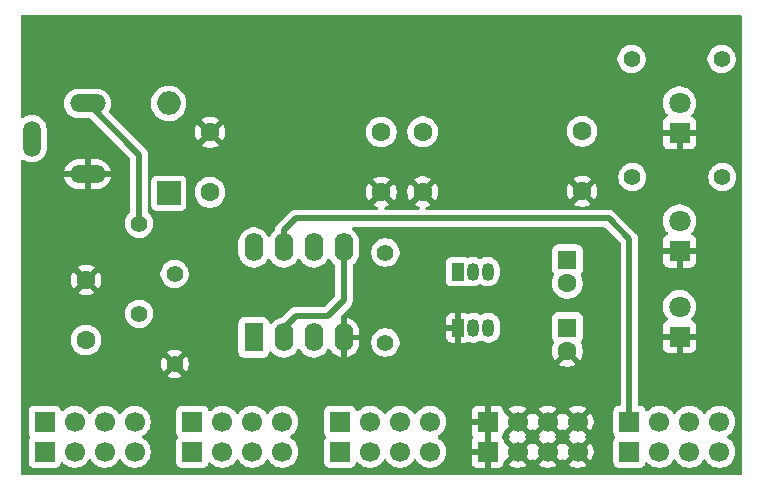
<source format=gbr>
%TF.GenerationSoftware,KiCad,Pcbnew,9.0.1*%
%TF.CreationDate,2025-08-22T12:00:28+01:00*%
%TF.ProjectId,FM_DRUM_MACHINE_POWERIN,464d5f44-5255-44d5-9f4d-414348494e45,rev?*%
%TF.SameCoordinates,Original*%
%TF.FileFunction,Copper,L2,Bot*%
%TF.FilePolarity,Positive*%
%FSLAX46Y46*%
G04 Gerber Fmt 4.6, Leading zero omitted, Abs format (unit mm)*
G04 Created by KiCad (PCBNEW 9.0.1) date 2025-08-22 12:00:28*
%MOMM*%
%LPD*%
G01*
G04 APERTURE LIST*
%TA.AperFunction,ComponentPad*%
%ADD10C,1.397000*%
%TD*%
%TA.AperFunction,ComponentPad*%
%ADD11R,1.800000X1.800000*%
%TD*%
%TA.AperFunction,ComponentPad*%
%ADD12C,1.800000*%
%TD*%
%TA.AperFunction,ComponentPad*%
%ADD13C,1.600000*%
%TD*%
%TA.AperFunction,ComponentPad*%
%ADD14R,1.700000X1.700000*%
%TD*%
%TA.AperFunction,ComponentPad*%
%ADD15C,1.700000*%
%TD*%
%TA.AperFunction,ComponentPad*%
%ADD16O,3.016000X1.508000*%
%TD*%
%TA.AperFunction,ComponentPad*%
%ADD17O,1.508000X3.016000*%
%TD*%
%TA.AperFunction,ComponentPad*%
%ADD18R,1.050000X1.500000*%
%TD*%
%TA.AperFunction,ComponentPad*%
%ADD19O,1.050000X1.500000*%
%TD*%
%TA.AperFunction,ComponentPad*%
%ADD20R,1.600000X1.600000*%
%TD*%
%TA.AperFunction,ComponentPad*%
%ADD21R,2.000000X2.000000*%
%TD*%
%TA.AperFunction,ComponentPad*%
%ADD22O,2.000000X2.000000*%
%TD*%
%TA.AperFunction,ComponentPad*%
%ADD23R,1.600000X2.400000*%
%TD*%
%TA.AperFunction,ComponentPad*%
%ADD24O,1.600000X2.400000*%
%TD*%
%TA.AperFunction,Conductor*%
%ADD25C,0.500000*%
%TD*%
G04 APERTURE END LIST*
D10*
%TO.P,R5,1*%
%TO.N,Net-(D3-A)*%
X79870000Y-34250000D03*
%TO.P,R5,2*%
%TO.N,5V*%
X72250000Y-34250000D03*
%TD*%
%TO.P,R4,1*%
%TO.N,Net-(D2-A)*%
X79810000Y-24250000D03*
%TO.P,R4,2*%
%TO.N,12V*%
X72190000Y-24250000D03*
%TD*%
D11*
%TO.P,D4,1,K*%
%TO.N,GND*%
X76250000Y-47750000D03*
D12*
%TO.P,D4,2,A*%
%TO.N,3.3V*%
X76250000Y-45210000D03*
%TD*%
D11*
%TO.P,D3,1,K*%
%TO.N,GND*%
X76250000Y-40500000D03*
D12*
%TO.P,D3,2,A*%
%TO.N,Net-(D3-A)*%
X76250000Y-37960000D03*
%TD*%
D11*
%TO.P,D2,1,K*%
%TO.N,GND*%
X76250000Y-30500000D03*
D12*
%TO.P,D2,2,A*%
%TO.N,Net-(D2-A)*%
X76250000Y-27960000D03*
%TD*%
D13*
%TO.P,C5,1*%
%TO.N,GND*%
X26000000Y-42960000D03*
%TO.P,C5,2*%
%TO.N,Net-(U1A-+)*%
X26000000Y-48040000D03*
%TD*%
D10*
%TO.P,R1,1*%
%TO.N,12V*%
X30500000Y-38190000D03*
%TO.P,R1,2*%
%TO.N,Net-(U1A-+)*%
X30500000Y-45810000D03*
%TD*%
D13*
%TO.P,C4,1*%
%TO.N,GND*%
X68000000Y-35450000D03*
%TO.P,C4,2*%
%TO.N,3.3V*%
X68000000Y-30370000D03*
%TD*%
D14*
%TO.P,J5,1,Pin_1*%
%TO.N,GND*%
X60000000Y-54960000D03*
D15*
%TO.P,J5,2,Pin_2*%
X62540000Y-54960000D03*
%TO.P,J5,3,Pin_3*%
X65080000Y-54960000D03*
%TO.P,J5,4,Pin_4*%
X67620000Y-54960000D03*
%TD*%
D16*
%TO.P,J1,1*%
%TO.N,GND*%
X26125000Y-34000000D03*
%TO.P,J1,2*%
%TO.N,12V*%
X26125000Y-28000000D03*
D17*
%TO.P,J1,3*%
X21425000Y-31000000D03*
%TD*%
D14*
%TO.P,J6,1,Pin_1*%
%TO.N,VGND*%
X72000000Y-54960000D03*
D15*
%TO.P,J6,2,Pin_2*%
X74540000Y-54960000D03*
%TO.P,J6,3,Pin_3*%
X77080000Y-54960000D03*
%TO.P,J6,4,Pin_4*%
X79620000Y-54960000D03*
%TD*%
D13*
%TO.P,C1,1*%
%TO.N,GND*%
X36500000Y-30460000D03*
%TO.P,C1,2*%
%TO.N,Net-(D1-K)*%
X36500000Y-35540000D03*
%TD*%
D14*
%TO.P,J3,1,Pin_1*%
%TO.N,5V*%
X35000000Y-54960000D03*
D15*
%TO.P,J3,2,Pin_2*%
X37540000Y-54960000D03*
%TO.P,J3,3,Pin_3*%
X40080000Y-54960000D03*
%TO.P,J3,4,Pin_4*%
X42620000Y-54960000D03*
%TD*%
D18*
%TO.P,Q1,1,C*%
%TO.N,12V*%
X57460000Y-42250000D03*
D19*
%TO.P,Q1,2,B*%
%TO.N,Net-(Q1-B)*%
X58730000Y-42250000D03*
%TO.P,Q1,3,E*%
%TO.N,Net-(Q1-E)*%
X60000000Y-42250000D03*
%TD*%
D13*
%TO.P,C2,1*%
%TO.N,GND*%
X51000000Y-35500000D03*
%TO.P,C2,2*%
%TO.N,5V*%
X51000000Y-30420000D03*
%TD*%
D20*
%TO.P,C6,1*%
%TO.N,12V*%
X66750000Y-41250000D03*
D13*
%TO.P,C6,2*%
%TO.N,Net-(Q1-E)*%
X66750000Y-43250000D03*
%TD*%
D14*
%TO.P,J6,1,Pin_1*%
%TO.N,VGND*%
X72000000Y-57500000D03*
D15*
%TO.P,J6,2,Pin_2*%
X74540000Y-57500000D03*
%TO.P,J6,3,Pin_3*%
X77080000Y-57500000D03*
%TO.P,J6,4,Pin_4*%
X79620000Y-57500000D03*
%TD*%
D14*
%TO.P,J3,1,Pin_1*%
%TO.N,5V*%
X35000000Y-57500000D03*
D15*
%TO.P,J3,2,Pin_2*%
X37540000Y-57500000D03*
%TO.P,J3,3,Pin_3*%
X40080000Y-57500000D03*
%TO.P,J3,4,Pin_4*%
X42620000Y-57500000D03*
%TD*%
D14*
%TO.P,J4,1,Pin_1*%
%TO.N,3.3V*%
X47500000Y-57500000D03*
D15*
%TO.P,J4,2,Pin_2*%
X50040000Y-57500000D03*
%TO.P,J4,3,Pin_3*%
X52580000Y-57500000D03*
%TO.P,J4,4,Pin_4*%
X55120000Y-57500000D03*
%TD*%
D13*
%TO.P,C3,1*%
%TO.N,GND*%
X54500000Y-35490000D03*
%TO.P,C3,2*%
%TO.N,5V*%
X54500000Y-30410000D03*
%TD*%
D21*
%TO.P,D1,1,K*%
%TO.N,Net-(D1-K)*%
X33000000Y-35620000D03*
D22*
%TO.P,D1,2,A*%
%TO.N,12V*%
X33000000Y-28000000D03*
%TD*%
D10*
%TO.P,R2,1*%
%TO.N,Net-(U1A-+)*%
X33500000Y-42455000D03*
%TO.P,R2,2*%
%TO.N,GND*%
X33500000Y-50075000D03*
%TD*%
%TO.P,R3,1*%
%TO.N,Net-(Q1-B)*%
X51340000Y-48250000D03*
%TO.P,R3,2*%
%TO.N,Net-(Q1-E)*%
X51340000Y-40630000D03*
%TD*%
D14*
%TO.P,J5,1,Pin_1*%
%TO.N,GND*%
X60000000Y-57500000D03*
D15*
%TO.P,J5,2,Pin_2*%
X62540000Y-57500000D03*
%TO.P,J5,3,Pin_3*%
X65080000Y-57500000D03*
%TO.P,J5,4,Pin_4*%
X67620000Y-57500000D03*
%TD*%
D14*
%TO.P,J2,1,Pin_1*%
%TO.N,12V*%
X22500000Y-54960000D03*
D15*
%TO.P,J2,2,Pin_2*%
X25040000Y-54960000D03*
%TO.P,J2,3,Pin_3*%
X27580000Y-54960000D03*
%TO.P,J2,4,Pin_4*%
X30120000Y-54960000D03*
%TD*%
D18*
%TO.P,Q2,1,C*%
%TO.N,GND*%
X57500000Y-47000000D03*
D19*
%TO.P,Q2,2,B*%
%TO.N,Net-(Q1-B)*%
X58770000Y-47000000D03*
%TO.P,Q2,3,E*%
%TO.N,Net-(Q1-E)*%
X60040000Y-47000000D03*
%TD*%
D23*
%TO.P,U1,1*%
%TO.N,Net-(Q1-B)*%
X40200000Y-47825000D03*
D24*
%TO.P,U1,2,-*%
%TO.N,Net-(Q1-E)*%
X42740000Y-47825000D03*
%TO.P,U1,3,+*%
%TO.N,Net-(U1A-+)*%
X45280000Y-47825000D03*
%TO.P,U1,4,V-*%
%TO.N,GND*%
X47820000Y-47825000D03*
%TO.P,U1,5,+*%
%TO.N,Net-(Q1-E)*%
X47820000Y-40205000D03*
%TO.P,U1,6,-*%
%TO.N,VGND*%
X45280000Y-40205000D03*
%TO.P,U1,7*%
X42740000Y-40205000D03*
%TO.P,U1,8,V+*%
%TO.N,12V*%
X40200000Y-40205000D03*
%TD*%
D14*
%TO.P,J4,1,Pin_1*%
%TO.N,3.3V*%
X47500000Y-54960000D03*
D15*
%TO.P,J4,2,Pin_2*%
X50040000Y-54960000D03*
%TO.P,J4,3,Pin_3*%
X52580000Y-54960000D03*
%TO.P,J4,4,Pin_4*%
X55120000Y-54960000D03*
%TD*%
D20*
%TO.P,C7,1*%
%TO.N,Net-(Q1-E)*%
X66750000Y-47000000D03*
D13*
%TO.P,C7,2*%
%TO.N,GND*%
X66750000Y-49000000D03*
%TD*%
D14*
%TO.P,J2,1,Pin_1*%
%TO.N,12V*%
X22500000Y-57500000D03*
D15*
%TO.P,J2,2,Pin_2*%
X25040000Y-57500000D03*
%TO.P,J2,3,Pin_3*%
X27580000Y-57500000D03*
%TO.P,J2,4,Pin_4*%
X30120000Y-57500000D03*
%TD*%
D25*
%TO.N,12V*%
X30500000Y-38190000D02*
X30500000Y-32375000D01*
X30500000Y-32375000D02*
X26125000Y-28000000D01*
%TO.N,Net-(Q1-E)*%
X43750000Y-46000000D02*
X46500000Y-46000000D01*
X42740000Y-47825000D02*
X42740000Y-47010000D01*
X47820000Y-44680000D02*
X47820000Y-40205000D01*
X42740000Y-47010000D02*
X43750000Y-46000000D01*
X46500000Y-46000000D02*
X47820000Y-44680000D01*
%TO.N,VGND*%
X42750000Y-40195000D02*
X42750000Y-38750000D01*
X70250000Y-37750000D02*
X72000000Y-39500000D01*
X42740000Y-40205000D02*
X42750000Y-40195000D01*
X42750000Y-38750000D02*
X43750000Y-37750000D01*
X72000000Y-39500000D02*
X72000000Y-54960000D01*
X43750000Y-37750000D02*
X70250000Y-37750000D01*
%TD*%
%TA.AperFunction,Conductor*%
%TO.N,GND*%
G36*
X62074075Y-55152993D02*
G01*
X62139901Y-55267007D01*
X62232993Y-55360099D01*
X62347007Y-55425925D01*
X62410590Y-55442962D01*
X61778282Y-56075269D01*
X61778282Y-56075270D01*
X61832452Y-56114626D01*
X61842048Y-56119516D01*
X61892844Y-56167491D01*
X61909638Y-56235312D01*
X61887100Y-56301447D01*
X61842051Y-56340483D01*
X61832440Y-56345380D01*
X61778282Y-56384727D01*
X61778282Y-56384728D01*
X62410591Y-57017037D01*
X62347007Y-57034075D01*
X62232993Y-57099901D01*
X62139901Y-57192993D01*
X62074075Y-57307007D01*
X62057037Y-57370591D01*
X61387642Y-56701196D01*
X61354157Y-56639873D01*
X61355077Y-56625166D01*
X61352501Y-56625444D01*
X61343596Y-56542619D01*
X61293354Y-56407913D01*
X61293352Y-56407910D01*
X61215798Y-56304312D01*
X61208829Y-56285628D01*
X61197443Y-56269259D01*
X61196869Y-56253564D01*
X61191380Y-56238848D01*
X61195618Y-56219362D01*
X61194890Y-56199436D01*
X61204182Y-56179993D01*
X61206231Y-56170574D01*
X61208369Y-56166817D01*
X61317968Y-55981739D01*
X61354319Y-55819390D01*
X61354682Y-55818734D01*
X61354642Y-55817984D01*
X61387642Y-55758802D01*
X62057037Y-55089408D01*
X62074075Y-55152993D01*
G37*
%TD.AperFunction*%
%TA.AperFunction,Conductor*%
G36*
X64614075Y-55152993D02*
G01*
X64679901Y-55267007D01*
X64772993Y-55360099D01*
X64887007Y-55425925D01*
X64950590Y-55442962D01*
X64318282Y-56075269D01*
X64318282Y-56075270D01*
X64372452Y-56114626D01*
X64382048Y-56119516D01*
X64432844Y-56167491D01*
X64449638Y-56235312D01*
X64427100Y-56301447D01*
X64382051Y-56340483D01*
X64372440Y-56345380D01*
X64318282Y-56384727D01*
X64318282Y-56384728D01*
X64950591Y-57017037D01*
X64887007Y-57034075D01*
X64772993Y-57099901D01*
X64679901Y-57192993D01*
X64614075Y-57307007D01*
X64597037Y-57370591D01*
X63964728Y-56738282D01*
X63964727Y-56738282D01*
X63925380Y-56792440D01*
X63920483Y-56802051D01*
X63872506Y-56852845D01*
X63804684Y-56869638D01*
X63738550Y-56847098D01*
X63699516Y-56802048D01*
X63694626Y-56792452D01*
X63655270Y-56738282D01*
X63655269Y-56738282D01*
X63022962Y-57370590D01*
X63005925Y-57307007D01*
X62940099Y-57192993D01*
X62847007Y-57099901D01*
X62732993Y-57034075D01*
X62669409Y-57017037D01*
X63301716Y-56384728D01*
X63247550Y-56345375D01*
X63237954Y-56340486D01*
X63187157Y-56292512D01*
X63170361Y-56224692D01*
X63191288Y-56160895D01*
X63270027Y-56043581D01*
X62669408Y-55442962D01*
X62732993Y-55425925D01*
X62847007Y-55360099D01*
X62940099Y-55267007D01*
X63005925Y-55152993D01*
X63022962Y-55089408D01*
X63655270Y-55721717D01*
X63655270Y-55721716D01*
X63694622Y-55667554D01*
X63699514Y-55657954D01*
X63747488Y-55607157D01*
X63815308Y-55590361D01*
X63881444Y-55612897D01*
X63920486Y-55657954D01*
X63925375Y-55667550D01*
X63964728Y-55721716D01*
X64597037Y-55089408D01*
X64614075Y-55152993D01*
G37*
%TD.AperFunction*%
%TA.AperFunction,Conductor*%
G36*
X67154075Y-55152993D02*
G01*
X67219901Y-55267007D01*
X67312993Y-55360099D01*
X67427007Y-55425925D01*
X67490590Y-55442962D01*
X66858282Y-56075269D01*
X66858282Y-56075270D01*
X66912452Y-56114626D01*
X66922048Y-56119516D01*
X66972844Y-56167491D01*
X66989638Y-56235312D01*
X66967100Y-56301447D01*
X66922051Y-56340483D01*
X66912440Y-56345380D01*
X66858282Y-56384727D01*
X66858282Y-56384728D01*
X67490591Y-57017037D01*
X67427007Y-57034075D01*
X67312993Y-57099901D01*
X67219901Y-57192993D01*
X67154075Y-57307007D01*
X67137037Y-57370591D01*
X66504728Y-56738282D01*
X66504727Y-56738282D01*
X66465380Y-56792440D01*
X66460483Y-56802051D01*
X66412506Y-56852845D01*
X66344684Y-56869638D01*
X66278550Y-56847098D01*
X66239516Y-56802048D01*
X66234626Y-56792452D01*
X66195270Y-56738282D01*
X66195269Y-56738282D01*
X65562962Y-57370590D01*
X65545925Y-57307007D01*
X65480099Y-57192993D01*
X65387007Y-57099901D01*
X65272993Y-57034075D01*
X65209409Y-57017037D01*
X65841716Y-56384728D01*
X65787550Y-56345375D01*
X65777954Y-56340486D01*
X65727157Y-56292512D01*
X65710361Y-56224692D01*
X65731288Y-56160895D01*
X65810027Y-56043581D01*
X65209408Y-55442962D01*
X65272993Y-55425925D01*
X65387007Y-55360099D01*
X65480099Y-55267007D01*
X65545925Y-55152993D01*
X65562962Y-55089408D01*
X66195270Y-55721717D01*
X66195270Y-55721716D01*
X66234622Y-55667554D01*
X66239514Y-55657954D01*
X66287488Y-55607157D01*
X66355308Y-55590361D01*
X66421444Y-55612897D01*
X66460486Y-55657954D01*
X66465375Y-55667550D01*
X66504728Y-55721716D01*
X67137037Y-55089408D01*
X67154075Y-55152993D01*
G37*
%TD.AperFunction*%
%TA.AperFunction,Conductor*%
G36*
X60250000Y-57066988D02*
G01*
X60192993Y-57034075D01*
X60065826Y-57000000D01*
X59934174Y-57000000D01*
X59807007Y-57034075D01*
X59750000Y-57066988D01*
X59750000Y-55393012D01*
X59807007Y-55425925D01*
X59934174Y-55460000D01*
X60065826Y-55460000D01*
X60192993Y-55425925D01*
X60250000Y-55393012D01*
X60250000Y-57066988D01*
G37*
%TD.AperFunction*%
%TA.AperFunction,Conductor*%
G36*
X81442539Y-20520185D02*
G01*
X81488294Y-20572989D01*
X81499500Y-20624500D01*
X81499500Y-59375500D01*
X81479815Y-59442539D01*
X81427011Y-59488294D01*
X81375500Y-59499500D01*
X20624500Y-59499500D01*
X20557461Y-59479815D01*
X20511706Y-59427011D01*
X20500500Y-59375500D01*
X20500500Y-54062135D01*
X21149500Y-54062135D01*
X21149500Y-55857870D01*
X21149501Y-55857876D01*
X21155908Y-55917483D01*
X21206202Y-56052328D01*
X21206203Y-56052330D01*
X21283578Y-56155689D01*
X21307995Y-56221153D01*
X21293144Y-56289426D01*
X21283578Y-56304311D01*
X21206203Y-56407669D01*
X21206202Y-56407671D01*
X21155908Y-56542517D01*
X21149501Y-56602116D01*
X21149500Y-56602135D01*
X21149500Y-58397870D01*
X21149501Y-58397876D01*
X21155908Y-58457483D01*
X21206202Y-58592328D01*
X21206206Y-58592335D01*
X21292452Y-58707544D01*
X21292455Y-58707547D01*
X21407664Y-58793793D01*
X21407671Y-58793797D01*
X21542517Y-58844091D01*
X21542516Y-58844091D01*
X21549444Y-58844835D01*
X21602127Y-58850500D01*
X23397872Y-58850499D01*
X23457483Y-58844091D01*
X23592331Y-58793796D01*
X23707546Y-58707546D01*
X23793796Y-58592331D01*
X23842810Y-58460916D01*
X23884681Y-58404984D01*
X23950145Y-58380566D01*
X24018418Y-58395417D01*
X24046673Y-58416569D01*
X24160213Y-58530109D01*
X24332179Y-58655048D01*
X24332181Y-58655049D01*
X24332184Y-58655051D01*
X24521588Y-58751557D01*
X24723757Y-58817246D01*
X24933713Y-58850500D01*
X24933714Y-58850500D01*
X25146286Y-58850500D01*
X25146287Y-58850500D01*
X25356243Y-58817246D01*
X25558412Y-58751557D01*
X25747816Y-58655051D01*
X25834138Y-58592335D01*
X25919786Y-58530109D01*
X25919788Y-58530106D01*
X25919792Y-58530104D01*
X26070104Y-58379792D01*
X26070106Y-58379788D01*
X26070109Y-58379786D01*
X26195048Y-58207820D01*
X26195047Y-58207820D01*
X26195051Y-58207816D01*
X26199514Y-58199054D01*
X26247488Y-58148259D01*
X26315308Y-58131463D01*
X26381444Y-58153999D01*
X26420486Y-58199056D01*
X26424951Y-58207820D01*
X26549890Y-58379786D01*
X26700213Y-58530109D01*
X26872179Y-58655048D01*
X26872181Y-58655049D01*
X26872184Y-58655051D01*
X27061588Y-58751557D01*
X27263757Y-58817246D01*
X27473713Y-58850500D01*
X27473714Y-58850500D01*
X27686286Y-58850500D01*
X27686287Y-58850500D01*
X27896243Y-58817246D01*
X28098412Y-58751557D01*
X28287816Y-58655051D01*
X28374138Y-58592335D01*
X28459786Y-58530109D01*
X28459788Y-58530106D01*
X28459792Y-58530104D01*
X28610104Y-58379792D01*
X28610106Y-58379788D01*
X28610109Y-58379786D01*
X28735048Y-58207820D01*
X28735047Y-58207820D01*
X28735051Y-58207816D01*
X28739514Y-58199054D01*
X28787488Y-58148259D01*
X28855308Y-58131463D01*
X28921444Y-58153999D01*
X28960486Y-58199056D01*
X28964951Y-58207820D01*
X29089890Y-58379786D01*
X29240213Y-58530109D01*
X29412179Y-58655048D01*
X29412181Y-58655049D01*
X29412184Y-58655051D01*
X29601588Y-58751557D01*
X29803757Y-58817246D01*
X30013713Y-58850500D01*
X30013714Y-58850500D01*
X30226286Y-58850500D01*
X30226287Y-58850500D01*
X30436243Y-58817246D01*
X30638412Y-58751557D01*
X30827816Y-58655051D01*
X30914138Y-58592335D01*
X30999786Y-58530109D01*
X30999788Y-58530106D01*
X30999792Y-58530104D01*
X31150104Y-58379792D01*
X31150106Y-58379788D01*
X31150109Y-58379786D01*
X31275048Y-58207820D01*
X31275047Y-58207820D01*
X31275051Y-58207816D01*
X31371557Y-58018412D01*
X31437246Y-57816243D01*
X31470500Y-57606287D01*
X31470500Y-57393713D01*
X31437246Y-57183757D01*
X31371557Y-56981588D01*
X31275051Y-56792184D01*
X31275049Y-56792181D01*
X31275048Y-56792179D01*
X31150109Y-56620213D01*
X30999786Y-56469890D01*
X30827820Y-56344951D01*
X30827115Y-56344591D01*
X30819054Y-56340485D01*
X30768259Y-56292512D01*
X30751463Y-56224692D01*
X30773999Y-56158556D01*
X30819054Y-56119515D01*
X30827816Y-56115051D01*
X30882572Y-56075269D01*
X30999786Y-55990109D01*
X30999788Y-55990106D01*
X30999792Y-55990104D01*
X31150104Y-55839792D01*
X31150106Y-55839788D01*
X31150109Y-55839786D01*
X31275048Y-55667820D01*
X31275047Y-55667820D01*
X31275051Y-55667816D01*
X31371557Y-55478412D01*
X31437246Y-55276243D01*
X31470500Y-55066287D01*
X31470500Y-54853713D01*
X31437246Y-54643757D01*
X31371557Y-54441588D01*
X31275051Y-54252184D01*
X31208945Y-54161196D01*
X31187511Y-54131694D01*
X31187508Y-54131691D01*
X31150107Y-54080213D01*
X31150104Y-54080208D01*
X31132031Y-54062135D01*
X33649500Y-54062135D01*
X33649500Y-55857870D01*
X33649501Y-55857876D01*
X33655908Y-55917483D01*
X33706202Y-56052328D01*
X33706203Y-56052330D01*
X33783578Y-56155689D01*
X33807995Y-56221153D01*
X33793144Y-56289426D01*
X33783578Y-56304311D01*
X33706203Y-56407669D01*
X33706202Y-56407671D01*
X33655908Y-56542517D01*
X33649501Y-56602116D01*
X33649500Y-56602135D01*
X33649500Y-58397870D01*
X33649501Y-58397876D01*
X33655908Y-58457483D01*
X33706202Y-58592328D01*
X33706206Y-58592335D01*
X33792452Y-58707544D01*
X33792455Y-58707547D01*
X33907664Y-58793793D01*
X33907671Y-58793797D01*
X34042517Y-58844091D01*
X34042516Y-58844091D01*
X34049444Y-58844835D01*
X34102127Y-58850500D01*
X35897872Y-58850499D01*
X35957483Y-58844091D01*
X36092331Y-58793796D01*
X36207546Y-58707546D01*
X36293796Y-58592331D01*
X36342810Y-58460916D01*
X36384681Y-58404984D01*
X36450145Y-58380566D01*
X36518418Y-58395417D01*
X36546673Y-58416569D01*
X36660213Y-58530109D01*
X36832179Y-58655048D01*
X36832181Y-58655049D01*
X36832184Y-58655051D01*
X37021588Y-58751557D01*
X37223757Y-58817246D01*
X37433713Y-58850500D01*
X37433714Y-58850500D01*
X37646286Y-58850500D01*
X37646287Y-58850500D01*
X37856243Y-58817246D01*
X38058412Y-58751557D01*
X38247816Y-58655051D01*
X38334138Y-58592335D01*
X38419786Y-58530109D01*
X38419788Y-58530106D01*
X38419792Y-58530104D01*
X38570104Y-58379792D01*
X38570106Y-58379788D01*
X38570109Y-58379786D01*
X38695048Y-58207820D01*
X38695047Y-58207820D01*
X38695051Y-58207816D01*
X38699514Y-58199054D01*
X38747488Y-58148259D01*
X38815308Y-58131463D01*
X38881444Y-58153999D01*
X38920486Y-58199056D01*
X38924951Y-58207820D01*
X39049890Y-58379786D01*
X39200213Y-58530109D01*
X39372179Y-58655048D01*
X39372181Y-58655049D01*
X39372184Y-58655051D01*
X39561588Y-58751557D01*
X39763757Y-58817246D01*
X39973713Y-58850500D01*
X39973714Y-58850500D01*
X40186286Y-58850500D01*
X40186287Y-58850500D01*
X40396243Y-58817246D01*
X40598412Y-58751557D01*
X40787816Y-58655051D01*
X40874138Y-58592335D01*
X40959786Y-58530109D01*
X40959788Y-58530106D01*
X40959792Y-58530104D01*
X41110104Y-58379792D01*
X41110106Y-58379788D01*
X41110109Y-58379786D01*
X41235048Y-58207820D01*
X41235047Y-58207820D01*
X41235051Y-58207816D01*
X41239514Y-58199054D01*
X41287488Y-58148259D01*
X41355308Y-58131463D01*
X41421444Y-58153999D01*
X41460486Y-58199056D01*
X41464951Y-58207820D01*
X41589890Y-58379786D01*
X41740213Y-58530109D01*
X41912179Y-58655048D01*
X41912181Y-58655049D01*
X41912184Y-58655051D01*
X42101588Y-58751557D01*
X42303757Y-58817246D01*
X42513713Y-58850500D01*
X42513714Y-58850500D01*
X42726286Y-58850500D01*
X42726287Y-58850500D01*
X42936243Y-58817246D01*
X43138412Y-58751557D01*
X43327816Y-58655051D01*
X43414138Y-58592335D01*
X43499786Y-58530109D01*
X43499788Y-58530106D01*
X43499792Y-58530104D01*
X43650104Y-58379792D01*
X43650106Y-58379788D01*
X43650109Y-58379786D01*
X43775048Y-58207820D01*
X43775047Y-58207820D01*
X43775051Y-58207816D01*
X43871557Y-58018412D01*
X43937246Y-57816243D01*
X43970500Y-57606287D01*
X43970500Y-57393713D01*
X43937246Y-57183757D01*
X43871557Y-56981588D01*
X43775051Y-56792184D01*
X43775049Y-56792181D01*
X43775048Y-56792179D01*
X43650109Y-56620213D01*
X43499786Y-56469890D01*
X43327820Y-56344951D01*
X43327115Y-56344591D01*
X43319054Y-56340485D01*
X43268259Y-56292512D01*
X43251463Y-56224692D01*
X43273999Y-56158556D01*
X43319054Y-56119515D01*
X43327816Y-56115051D01*
X43382572Y-56075269D01*
X43499786Y-55990109D01*
X43499788Y-55990106D01*
X43499792Y-55990104D01*
X43650104Y-55839792D01*
X43650106Y-55839788D01*
X43650109Y-55839786D01*
X43775048Y-55667820D01*
X43775047Y-55667820D01*
X43775051Y-55667816D01*
X43871557Y-55478412D01*
X43937246Y-55276243D01*
X43970500Y-55066287D01*
X43970500Y-54853713D01*
X43937246Y-54643757D01*
X43871557Y-54441588D01*
X43775051Y-54252184D01*
X43708945Y-54161196D01*
X43687511Y-54131694D01*
X43687508Y-54131691D01*
X43650107Y-54080213D01*
X43650104Y-54080208D01*
X43632031Y-54062135D01*
X46149500Y-54062135D01*
X46149500Y-55857870D01*
X46149501Y-55857876D01*
X46155908Y-55917483D01*
X46206202Y-56052328D01*
X46206203Y-56052330D01*
X46283578Y-56155689D01*
X46307995Y-56221153D01*
X46293144Y-56289426D01*
X46283578Y-56304311D01*
X46206203Y-56407669D01*
X46206202Y-56407671D01*
X46155908Y-56542517D01*
X46149501Y-56602116D01*
X46149500Y-56602135D01*
X46149500Y-58397870D01*
X46149501Y-58397876D01*
X46155908Y-58457483D01*
X46206202Y-58592328D01*
X46206206Y-58592335D01*
X46292452Y-58707544D01*
X46292455Y-58707547D01*
X46407664Y-58793793D01*
X46407671Y-58793797D01*
X46542517Y-58844091D01*
X46542516Y-58844091D01*
X46549444Y-58844835D01*
X46602127Y-58850500D01*
X48397872Y-58850499D01*
X48457483Y-58844091D01*
X48592331Y-58793796D01*
X48707546Y-58707546D01*
X48793796Y-58592331D01*
X48842810Y-58460916D01*
X48884681Y-58404984D01*
X48950145Y-58380566D01*
X49018418Y-58395417D01*
X49046673Y-58416569D01*
X49160213Y-58530109D01*
X49332179Y-58655048D01*
X49332181Y-58655049D01*
X49332184Y-58655051D01*
X49521588Y-58751557D01*
X49723757Y-58817246D01*
X49933713Y-58850500D01*
X49933714Y-58850500D01*
X50146286Y-58850500D01*
X50146287Y-58850500D01*
X50356243Y-58817246D01*
X50558412Y-58751557D01*
X50747816Y-58655051D01*
X50834138Y-58592335D01*
X50919786Y-58530109D01*
X50919788Y-58530106D01*
X50919792Y-58530104D01*
X51070104Y-58379792D01*
X51070106Y-58379788D01*
X51070109Y-58379786D01*
X51195048Y-58207820D01*
X51195047Y-58207820D01*
X51195051Y-58207816D01*
X51199514Y-58199054D01*
X51247488Y-58148259D01*
X51315308Y-58131463D01*
X51381444Y-58153999D01*
X51420486Y-58199056D01*
X51424951Y-58207820D01*
X51549890Y-58379786D01*
X51700213Y-58530109D01*
X51872179Y-58655048D01*
X51872181Y-58655049D01*
X51872184Y-58655051D01*
X52061588Y-58751557D01*
X52263757Y-58817246D01*
X52473713Y-58850500D01*
X52473714Y-58850500D01*
X52686286Y-58850500D01*
X52686287Y-58850500D01*
X52896243Y-58817246D01*
X53098412Y-58751557D01*
X53287816Y-58655051D01*
X53374138Y-58592335D01*
X53459786Y-58530109D01*
X53459788Y-58530106D01*
X53459792Y-58530104D01*
X53610104Y-58379792D01*
X53610106Y-58379788D01*
X53610109Y-58379786D01*
X53735048Y-58207820D01*
X53735047Y-58207820D01*
X53735051Y-58207816D01*
X53739514Y-58199054D01*
X53787488Y-58148259D01*
X53855308Y-58131463D01*
X53921444Y-58153999D01*
X53960486Y-58199056D01*
X53964951Y-58207820D01*
X54089890Y-58379786D01*
X54240213Y-58530109D01*
X54412179Y-58655048D01*
X54412181Y-58655049D01*
X54412184Y-58655051D01*
X54601588Y-58751557D01*
X54803757Y-58817246D01*
X55013713Y-58850500D01*
X55013714Y-58850500D01*
X55226286Y-58850500D01*
X55226287Y-58850500D01*
X55436243Y-58817246D01*
X55638412Y-58751557D01*
X55827816Y-58655051D01*
X55914138Y-58592335D01*
X55999786Y-58530109D01*
X55999788Y-58530106D01*
X55999792Y-58530104D01*
X56150104Y-58379792D01*
X56150106Y-58379788D01*
X56150109Y-58379786D01*
X56275048Y-58207820D01*
X56275047Y-58207820D01*
X56275051Y-58207816D01*
X56371557Y-58018412D01*
X56437246Y-57816243D01*
X56470500Y-57606287D01*
X56470500Y-57393713D01*
X56437246Y-57183757D01*
X56371557Y-56981588D01*
X56275051Y-56792184D01*
X56275049Y-56792181D01*
X56275048Y-56792179D01*
X56150109Y-56620213D01*
X55999786Y-56469890D01*
X55827820Y-56344951D01*
X55827115Y-56344591D01*
X55819054Y-56340485D01*
X55768259Y-56292512D01*
X55751463Y-56224692D01*
X55773999Y-56158556D01*
X55819054Y-56119515D01*
X55827816Y-56115051D01*
X55882572Y-56075269D01*
X55999786Y-55990109D01*
X55999788Y-55990106D01*
X55999792Y-55990104D01*
X56150104Y-55839792D01*
X56150106Y-55839788D01*
X56150109Y-55839786D01*
X56275048Y-55667820D01*
X56275047Y-55667820D01*
X56275051Y-55667816D01*
X56371557Y-55478412D01*
X56437246Y-55276243D01*
X56470500Y-55066287D01*
X56470500Y-54853713D01*
X56437246Y-54643757D01*
X56371557Y-54441588D01*
X56275051Y-54252184D01*
X56275049Y-54252181D01*
X56275048Y-54252179D01*
X56187542Y-54131736D01*
X56150109Y-54080214D01*
X56150105Y-54080209D01*
X56132051Y-54062155D01*
X58650000Y-54062155D01*
X58650000Y-54710000D01*
X59566988Y-54710000D01*
X59534075Y-54767007D01*
X59500000Y-54894174D01*
X59500000Y-55025826D01*
X59534075Y-55152993D01*
X59566988Y-55210000D01*
X58650000Y-55210000D01*
X58650000Y-55857844D01*
X58656401Y-55917372D01*
X58656403Y-55917379D01*
X58706645Y-56052086D01*
X58706647Y-56052088D01*
X58784202Y-56155689D01*
X58808619Y-56221153D01*
X58793768Y-56289426D01*
X58784202Y-56304311D01*
X58706647Y-56407911D01*
X58706645Y-56407913D01*
X58656403Y-56542620D01*
X58656401Y-56542627D01*
X58650000Y-56602155D01*
X58650000Y-57250000D01*
X59566988Y-57250000D01*
X59534075Y-57307007D01*
X59500000Y-57434174D01*
X59500000Y-57565826D01*
X59534075Y-57692993D01*
X59566988Y-57750000D01*
X58650000Y-57750000D01*
X58650000Y-58397844D01*
X58656401Y-58457372D01*
X58656403Y-58457379D01*
X58706645Y-58592086D01*
X58706649Y-58592093D01*
X58792809Y-58707187D01*
X58792812Y-58707190D01*
X58907906Y-58793350D01*
X58907913Y-58793354D01*
X59042620Y-58843596D01*
X59042627Y-58843598D01*
X59102155Y-58849999D01*
X59102172Y-58850000D01*
X59750000Y-58850000D01*
X59750000Y-57933012D01*
X59807007Y-57965925D01*
X59934174Y-58000000D01*
X60065826Y-58000000D01*
X60192993Y-57965925D01*
X60250000Y-57933012D01*
X60250000Y-58850000D01*
X60897828Y-58850000D01*
X60897844Y-58849999D01*
X60957372Y-58843598D01*
X60957379Y-58843596D01*
X61092086Y-58793354D01*
X61092093Y-58793350D01*
X61207187Y-58707190D01*
X61207190Y-58707187D01*
X61293350Y-58592093D01*
X61293354Y-58592086D01*
X61315529Y-58532632D01*
X61354319Y-58359390D01*
X61354682Y-58358734D01*
X61354642Y-58357984D01*
X61387642Y-58298802D01*
X62057037Y-57629408D01*
X62074075Y-57692993D01*
X62139901Y-57807007D01*
X62232993Y-57900099D01*
X62347007Y-57965925D01*
X62410590Y-57982962D01*
X61778282Y-58615269D01*
X61778282Y-58615270D01*
X61832449Y-58654624D01*
X62021782Y-58751095D01*
X62223870Y-58816757D01*
X62433754Y-58850000D01*
X62646246Y-58850000D01*
X62856127Y-58816757D01*
X62856130Y-58816757D01*
X63058217Y-58751095D01*
X63247554Y-58654622D01*
X63301716Y-58615270D01*
X63301717Y-58615270D01*
X62669408Y-57982962D01*
X62732993Y-57965925D01*
X62847007Y-57900099D01*
X62940099Y-57807007D01*
X63005925Y-57692993D01*
X63022962Y-57629408D01*
X63655270Y-58261717D01*
X63655270Y-58261716D01*
X63694622Y-58207554D01*
X63699514Y-58197954D01*
X63747488Y-58147157D01*
X63815308Y-58130361D01*
X63881444Y-58152897D01*
X63920486Y-58197954D01*
X63925375Y-58207550D01*
X63964728Y-58261716D01*
X64597037Y-57629408D01*
X64614075Y-57692993D01*
X64679901Y-57807007D01*
X64772993Y-57900099D01*
X64887007Y-57965925D01*
X64950590Y-57982962D01*
X64318282Y-58615269D01*
X64318282Y-58615270D01*
X64372449Y-58654624D01*
X64561782Y-58751095D01*
X64763870Y-58816757D01*
X64973754Y-58850000D01*
X65186246Y-58850000D01*
X65396127Y-58816757D01*
X65396130Y-58816757D01*
X65598217Y-58751095D01*
X65787554Y-58654622D01*
X65841716Y-58615270D01*
X65841717Y-58615270D01*
X65209408Y-57982962D01*
X65272993Y-57965925D01*
X65387007Y-57900099D01*
X65480099Y-57807007D01*
X65545925Y-57692993D01*
X65562962Y-57629408D01*
X66195270Y-58261717D01*
X66195270Y-58261716D01*
X66234622Y-58207554D01*
X66239514Y-58197954D01*
X66287488Y-58147157D01*
X66355308Y-58130361D01*
X66421444Y-58152897D01*
X66460486Y-58197954D01*
X66465375Y-58207550D01*
X66504728Y-58261716D01*
X67137037Y-57629408D01*
X67154075Y-57692993D01*
X67219901Y-57807007D01*
X67312993Y-57900099D01*
X67427007Y-57965925D01*
X67490590Y-57982962D01*
X66858282Y-58615269D01*
X66858282Y-58615270D01*
X66912449Y-58654624D01*
X67101782Y-58751095D01*
X67303870Y-58816757D01*
X67513754Y-58850000D01*
X67726246Y-58850000D01*
X67936127Y-58816757D01*
X67936130Y-58816757D01*
X68138217Y-58751095D01*
X68327554Y-58654622D01*
X68381716Y-58615270D01*
X68381717Y-58615270D01*
X67749408Y-57982962D01*
X67812993Y-57965925D01*
X67927007Y-57900099D01*
X68020099Y-57807007D01*
X68085925Y-57692993D01*
X68102962Y-57629408D01*
X68735270Y-58261717D01*
X68735270Y-58261716D01*
X68774622Y-58207554D01*
X68871095Y-58018217D01*
X68936757Y-57816130D01*
X68936757Y-57816127D01*
X68970000Y-57606246D01*
X68970000Y-57393753D01*
X68936757Y-57183872D01*
X68936757Y-57183869D01*
X68871095Y-56981782D01*
X68774624Y-56792449D01*
X68735270Y-56738282D01*
X68735269Y-56738282D01*
X68102962Y-57370590D01*
X68085925Y-57307007D01*
X68020099Y-57192993D01*
X67927007Y-57099901D01*
X67812993Y-57034075D01*
X67749409Y-57017037D01*
X68381716Y-56384728D01*
X68327550Y-56345375D01*
X68317954Y-56340486D01*
X68267157Y-56292512D01*
X68250361Y-56224692D01*
X68272897Y-56158556D01*
X68317954Y-56119514D01*
X68327554Y-56114622D01*
X68381716Y-56075270D01*
X68381717Y-56075270D01*
X67749408Y-55442962D01*
X67812993Y-55425925D01*
X67927007Y-55360099D01*
X68020099Y-55267007D01*
X68085925Y-55152993D01*
X68102962Y-55089408D01*
X68735270Y-55721717D01*
X68735270Y-55721716D01*
X68774622Y-55667554D01*
X68871095Y-55478217D01*
X68936757Y-55276130D01*
X68936757Y-55276127D01*
X68970000Y-55066246D01*
X68970000Y-54853753D01*
X68936757Y-54643872D01*
X68936757Y-54643869D01*
X68871095Y-54441782D01*
X68774624Y-54252449D01*
X68735270Y-54198282D01*
X68735269Y-54198282D01*
X68102962Y-54830590D01*
X68085925Y-54767007D01*
X68020099Y-54652993D01*
X67927007Y-54559901D01*
X67812993Y-54494075D01*
X67749409Y-54477037D01*
X68381716Y-53844728D01*
X68327550Y-53805375D01*
X68138217Y-53708904D01*
X67936129Y-53643242D01*
X67726246Y-53610000D01*
X67513754Y-53610000D01*
X67303872Y-53643242D01*
X67303869Y-53643242D01*
X67101782Y-53708904D01*
X66912439Y-53805380D01*
X66858282Y-53844727D01*
X66858282Y-53844728D01*
X67490591Y-54477037D01*
X67427007Y-54494075D01*
X67312993Y-54559901D01*
X67219901Y-54652993D01*
X67154075Y-54767007D01*
X67137037Y-54830591D01*
X66504728Y-54198282D01*
X66504727Y-54198282D01*
X66465380Y-54252440D01*
X66460483Y-54262051D01*
X66412506Y-54312845D01*
X66344684Y-54329638D01*
X66278550Y-54307098D01*
X66239516Y-54262048D01*
X66234626Y-54252452D01*
X66195270Y-54198282D01*
X66195269Y-54198282D01*
X65562962Y-54830590D01*
X65545925Y-54767007D01*
X65480099Y-54652993D01*
X65387007Y-54559901D01*
X65272993Y-54494075D01*
X65209409Y-54477037D01*
X65841716Y-53844728D01*
X65787550Y-53805375D01*
X65598217Y-53708904D01*
X65396129Y-53643242D01*
X65186246Y-53610000D01*
X64973754Y-53610000D01*
X64763872Y-53643242D01*
X64763869Y-53643242D01*
X64561782Y-53708904D01*
X64372439Y-53805380D01*
X64318282Y-53844727D01*
X64318282Y-53844728D01*
X64950591Y-54477037D01*
X64887007Y-54494075D01*
X64772993Y-54559901D01*
X64679901Y-54652993D01*
X64614075Y-54767007D01*
X64597037Y-54830591D01*
X63964728Y-54198282D01*
X63964727Y-54198282D01*
X63925380Y-54252440D01*
X63920483Y-54262051D01*
X63872506Y-54312845D01*
X63804684Y-54329638D01*
X63738550Y-54307098D01*
X63699516Y-54262048D01*
X63694626Y-54252452D01*
X63655270Y-54198282D01*
X63655269Y-54198282D01*
X63022962Y-54830590D01*
X63005925Y-54767007D01*
X62940099Y-54652993D01*
X62847007Y-54559901D01*
X62732993Y-54494075D01*
X62669409Y-54477037D01*
X63301716Y-53844728D01*
X63247550Y-53805375D01*
X63058217Y-53708904D01*
X62856129Y-53643242D01*
X62646246Y-53610000D01*
X62433754Y-53610000D01*
X62223872Y-53643242D01*
X62223869Y-53643242D01*
X62021782Y-53708904D01*
X61832439Y-53805380D01*
X61778282Y-53844727D01*
X61778282Y-53844728D01*
X62410591Y-54477037D01*
X62347007Y-54494075D01*
X62232993Y-54559901D01*
X62139901Y-54652993D01*
X62074075Y-54767007D01*
X62057037Y-54830591D01*
X61387642Y-54161196D01*
X61354319Y-54100609D01*
X61315527Y-53927364D01*
X61293354Y-53867913D01*
X61293350Y-53867906D01*
X61207190Y-53752812D01*
X61207187Y-53752809D01*
X61092093Y-53666649D01*
X61092086Y-53666645D01*
X60957379Y-53616403D01*
X60957372Y-53616401D01*
X60897844Y-53610000D01*
X60250000Y-53610000D01*
X60250000Y-54526988D01*
X60192993Y-54494075D01*
X60065826Y-54460000D01*
X59934174Y-54460000D01*
X59807007Y-54494075D01*
X59750000Y-54526988D01*
X59750000Y-53610000D01*
X59102155Y-53610000D01*
X59042627Y-53616401D01*
X59042620Y-53616403D01*
X58907913Y-53666645D01*
X58907906Y-53666649D01*
X58792812Y-53752809D01*
X58792809Y-53752812D01*
X58706649Y-53867906D01*
X58706645Y-53867913D01*
X58656403Y-54002620D01*
X58656401Y-54002627D01*
X58650000Y-54062155D01*
X56132051Y-54062155D01*
X55999786Y-53929890D01*
X55827820Y-53804951D01*
X55638414Y-53708444D01*
X55638413Y-53708443D01*
X55638412Y-53708443D01*
X55436243Y-53642754D01*
X55436241Y-53642753D01*
X55436240Y-53642753D01*
X55274957Y-53617208D01*
X55226287Y-53609500D01*
X55013713Y-53609500D01*
X54965042Y-53617208D01*
X54803760Y-53642753D01*
X54601585Y-53708444D01*
X54412179Y-53804951D01*
X54240213Y-53929890D01*
X54089890Y-54080213D01*
X53964949Y-54252182D01*
X53960484Y-54260946D01*
X53912509Y-54311742D01*
X53844688Y-54328536D01*
X53778553Y-54305998D01*
X53739516Y-54260946D01*
X53735050Y-54252182D01*
X53610109Y-54080213D01*
X53459786Y-53929890D01*
X53287820Y-53804951D01*
X53098414Y-53708444D01*
X53098413Y-53708443D01*
X53098412Y-53708443D01*
X52896243Y-53642754D01*
X52896241Y-53642753D01*
X52896240Y-53642753D01*
X52734957Y-53617208D01*
X52686287Y-53609500D01*
X52473713Y-53609500D01*
X52425042Y-53617208D01*
X52263760Y-53642753D01*
X52061585Y-53708444D01*
X51872179Y-53804951D01*
X51700213Y-53929890D01*
X51549890Y-54080213D01*
X51424949Y-54252182D01*
X51420484Y-54260946D01*
X51372509Y-54311742D01*
X51304688Y-54328536D01*
X51238553Y-54305998D01*
X51199516Y-54260946D01*
X51195050Y-54252182D01*
X51070109Y-54080213D01*
X50919786Y-53929890D01*
X50747820Y-53804951D01*
X50558414Y-53708444D01*
X50558413Y-53708443D01*
X50558412Y-53708443D01*
X50356243Y-53642754D01*
X50356241Y-53642753D01*
X50356240Y-53642753D01*
X50194957Y-53617208D01*
X50146287Y-53609500D01*
X49933713Y-53609500D01*
X49885042Y-53617208D01*
X49723760Y-53642753D01*
X49521585Y-53708444D01*
X49332179Y-53804951D01*
X49160215Y-53929889D01*
X49046673Y-54043431D01*
X48985350Y-54076915D01*
X48915658Y-54071931D01*
X48859725Y-54030059D01*
X48842810Y-53999082D01*
X48793797Y-53867671D01*
X48793793Y-53867664D01*
X48707547Y-53752455D01*
X48707544Y-53752452D01*
X48592335Y-53666206D01*
X48592328Y-53666202D01*
X48457482Y-53615908D01*
X48457483Y-53615908D01*
X48397883Y-53609501D01*
X48397881Y-53609500D01*
X48397873Y-53609500D01*
X48397864Y-53609500D01*
X46602129Y-53609500D01*
X46602123Y-53609501D01*
X46542516Y-53615908D01*
X46407671Y-53666202D01*
X46407664Y-53666206D01*
X46292455Y-53752452D01*
X46292452Y-53752455D01*
X46206206Y-53867664D01*
X46206202Y-53867671D01*
X46155908Y-54002517D01*
X46149501Y-54062116D01*
X46149500Y-54062135D01*
X43632031Y-54062135D01*
X43499792Y-53929896D01*
X43499786Y-53929890D01*
X43327820Y-53804951D01*
X43138414Y-53708444D01*
X43138413Y-53708443D01*
X43138412Y-53708443D01*
X42936243Y-53642754D01*
X42936241Y-53642753D01*
X42936240Y-53642753D01*
X42774957Y-53617208D01*
X42726287Y-53609500D01*
X42513713Y-53609500D01*
X42465042Y-53617208D01*
X42303760Y-53642753D01*
X42101585Y-53708444D01*
X41912179Y-53804951D01*
X41740213Y-53929890D01*
X41589890Y-54080213D01*
X41464949Y-54252182D01*
X41460484Y-54260946D01*
X41412509Y-54311742D01*
X41344688Y-54328536D01*
X41278553Y-54305998D01*
X41239516Y-54260946D01*
X41235050Y-54252182D01*
X41110109Y-54080213D01*
X40959786Y-53929890D01*
X40787820Y-53804951D01*
X40598414Y-53708444D01*
X40598413Y-53708443D01*
X40598412Y-53708443D01*
X40396243Y-53642754D01*
X40396241Y-53642753D01*
X40396240Y-53642753D01*
X40234957Y-53617208D01*
X40186287Y-53609500D01*
X39973713Y-53609500D01*
X39925042Y-53617208D01*
X39763760Y-53642753D01*
X39561585Y-53708444D01*
X39372179Y-53804951D01*
X39200213Y-53929890D01*
X39049890Y-54080213D01*
X38924949Y-54252182D01*
X38920484Y-54260946D01*
X38872509Y-54311742D01*
X38804688Y-54328536D01*
X38738553Y-54305998D01*
X38699516Y-54260946D01*
X38695050Y-54252182D01*
X38570109Y-54080213D01*
X38419786Y-53929890D01*
X38247820Y-53804951D01*
X38058414Y-53708444D01*
X38058413Y-53708443D01*
X38058412Y-53708443D01*
X37856243Y-53642754D01*
X37856241Y-53642753D01*
X37856240Y-53642753D01*
X37694957Y-53617208D01*
X37646287Y-53609500D01*
X37433713Y-53609500D01*
X37385042Y-53617208D01*
X37223760Y-53642753D01*
X37021585Y-53708444D01*
X36832179Y-53804951D01*
X36660215Y-53929889D01*
X36546673Y-54043431D01*
X36485350Y-54076915D01*
X36415658Y-54071931D01*
X36359725Y-54030059D01*
X36342810Y-53999082D01*
X36293797Y-53867671D01*
X36293793Y-53867664D01*
X36207547Y-53752455D01*
X36207544Y-53752452D01*
X36092335Y-53666206D01*
X36092328Y-53666202D01*
X35957482Y-53615908D01*
X35957483Y-53615908D01*
X35897883Y-53609501D01*
X35897881Y-53609500D01*
X35897873Y-53609500D01*
X35897864Y-53609500D01*
X34102129Y-53609500D01*
X34102123Y-53609501D01*
X34042516Y-53615908D01*
X33907671Y-53666202D01*
X33907664Y-53666206D01*
X33792455Y-53752452D01*
X33792452Y-53752455D01*
X33706206Y-53867664D01*
X33706202Y-53867671D01*
X33655908Y-54002517D01*
X33649501Y-54062116D01*
X33649500Y-54062135D01*
X31132031Y-54062135D01*
X30999792Y-53929896D01*
X30999786Y-53929890D01*
X30827820Y-53804951D01*
X30638414Y-53708444D01*
X30638413Y-53708443D01*
X30638412Y-53708443D01*
X30436243Y-53642754D01*
X30436241Y-53642753D01*
X30436240Y-53642753D01*
X30274957Y-53617208D01*
X30226287Y-53609500D01*
X30013713Y-53609500D01*
X29965042Y-53617208D01*
X29803760Y-53642753D01*
X29601585Y-53708444D01*
X29412179Y-53804951D01*
X29240213Y-53929890D01*
X29089890Y-54080213D01*
X28964949Y-54252182D01*
X28960484Y-54260946D01*
X28912509Y-54311742D01*
X28844688Y-54328536D01*
X28778553Y-54305998D01*
X28739516Y-54260946D01*
X28735050Y-54252182D01*
X28610109Y-54080213D01*
X28459786Y-53929890D01*
X28287820Y-53804951D01*
X28098414Y-53708444D01*
X28098413Y-53708443D01*
X28098412Y-53708443D01*
X27896243Y-53642754D01*
X27896241Y-53642753D01*
X27896240Y-53642753D01*
X27734957Y-53617208D01*
X27686287Y-53609500D01*
X27473713Y-53609500D01*
X27425042Y-53617208D01*
X27263760Y-53642753D01*
X27061585Y-53708444D01*
X26872179Y-53804951D01*
X26700213Y-53929890D01*
X26549890Y-54080213D01*
X26424949Y-54252182D01*
X26420484Y-54260946D01*
X26372509Y-54311742D01*
X26304688Y-54328536D01*
X26238553Y-54305998D01*
X26199516Y-54260946D01*
X26195050Y-54252182D01*
X26070109Y-54080213D01*
X25919786Y-53929890D01*
X25747820Y-53804951D01*
X25558414Y-53708444D01*
X25558413Y-53708443D01*
X25558412Y-53708443D01*
X25356243Y-53642754D01*
X25356241Y-53642753D01*
X25356240Y-53642753D01*
X25194957Y-53617208D01*
X25146287Y-53609500D01*
X24933713Y-53609500D01*
X24885042Y-53617208D01*
X24723760Y-53642753D01*
X24521585Y-53708444D01*
X24332179Y-53804951D01*
X24160215Y-53929889D01*
X24046673Y-54043431D01*
X23985350Y-54076915D01*
X23915658Y-54071931D01*
X23859725Y-54030059D01*
X23842810Y-53999082D01*
X23793797Y-53867671D01*
X23793793Y-53867664D01*
X23707547Y-53752455D01*
X23707544Y-53752452D01*
X23592335Y-53666206D01*
X23592328Y-53666202D01*
X23457482Y-53615908D01*
X23457483Y-53615908D01*
X23397883Y-53609501D01*
X23397881Y-53609500D01*
X23397873Y-53609500D01*
X23397864Y-53609500D01*
X21602129Y-53609500D01*
X21602123Y-53609501D01*
X21542516Y-53615908D01*
X21407671Y-53666202D01*
X21407664Y-53666206D01*
X21292455Y-53752452D01*
X21292452Y-53752455D01*
X21206206Y-53867664D01*
X21206202Y-53867671D01*
X21155908Y-54002517D01*
X21149501Y-54062116D01*
X21149500Y-54062135D01*
X20500500Y-54062135D01*
X20500500Y-49980676D01*
X32301500Y-49980676D01*
X32301500Y-50169323D01*
X32331011Y-50355650D01*
X32389304Y-50535061D01*
X32389305Y-50535063D01*
X32474952Y-50703153D01*
X32493189Y-50728255D01*
X32493190Y-50728255D01*
X33093600Y-50127845D01*
X33093600Y-50128504D01*
X33121295Y-50231865D01*
X33174799Y-50324536D01*
X33250464Y-50400201D01*
X33343135Y-50453705D01*
X33446496Y-50481400D01*
X33447153Y-50481400D01*
X32846743Y-51081808D01*
X32846743Y-51081809D01*
X32871844Y-51100046D01*
X33039935Y-51185694D01*
X33039938Y-51185695D01*
X33219349Y-51243988D01*
X33405677Y-51273500D01*
X33594323Y-51273500D01*
X33780650Y-51243988D01*
X33960061Y-51185695D01*
X33960064Y-51185694D01*
X34128151Y-51100048D01*
X34153255Y-51081808D01*
X34153256Y-51081808D01*
X33552848Y-50481400D01*
X33553504Y-50481400D01*
X33656865Y-50453705D01*
X33749536Y-50400201D01*
X33825201Y-50324536D01*
X33878705Y-50231865D01*
X33906400Y-50128504D01*
X33906400Y-50127847D01*
X34506808Y-50728256D01*
X34506808Y-50728255D01*
X34525048Y-50703151D01*
X34610694Y-50535064D01*
X34610695Y-50535061D01*
X34668988Y-50355650D01*
X34698500Y-50169323D01*
X34698500Y-49980676D01*
X34668988Y-49794349D01*
X34610695Y-49614938D01*
X34610694Y-49614935D01*
X34525046Y-49446844D01*
X34506809Y-49421743D01*
X34506808Y-49421743D01*
X33906400Y-50022151D01*
X33906400Y-50021496D01*
X33878705Y-49918135D01*
X33825201Y-49825464D01*
X33749536Y-49749799D01*
X33656865Y-49696295D01*
X33553504Y-49668600D01*
X33552847Y-49668600D01*
X34153255Y-49068190D01*
X34153255Y-49068189D01*
X34128153Y-49049952D01*
X33960063Y-48964305D01*
X33960061Y-48964304D01*
X33780650Y-48906011D01*
X33594323Y-48876500D01*
X33405677Y-48876500D01*
X33219349Y-48906011D01*
X33039938Y-48964304D01*
X33039936Y-48964305D01*
X32871844Y-49049953D01*
X32871839Y-49049957D01*
X32846743Y-49068188D01*
X32846743Y-49068191D01*
X33447154Y-49668600D01*
X33446496Y-49668600D01*
X33343135Y-49696295D01*
X33250464Y-49749799D01*
X33174799Y-49825464D01*
X33121295Y-49918135D01*
X33093600Y-50021496D01*
X33093600Y-50022152D01*
X32493191Y-49421743D01*
X32493188Y-49421743D01*
X32474957Y-49446839D01*
X32474953Y-49446844D01*
X32389305Y-49614936D01*
X32389304Y-49614938D01*
X32331011Y-49794349D01*
X32301500Y-49980676D01*
X20500500Y-49980676D01*
X20500500Y-47937648D01*
X24699500Y-47937648D01*
X24699500Y-48142351D01*
X24731522Y-48344534D01*
X24794781Y-48539223D01*
X24887715Y-48721613D01*
X25008028Y-48887213D01*
X25152786Y-49031971D01*
X25291132Y-49132483D01*
X25318390Y-49152287D01*
X25434607Y-49211503D01*
X25500776Y-49245218D01*
X25500778Y-49245218D01*
X25500781Y-49245220D01*
X25605137Y-49279127D01*
X25695465Y-49308477D01*
X25768723Y-49320080D01*
X25897648Y-49340500D01*
X25897649Y-49340500D01*
X26102351Y-49340500D01*
X26102352Y-49340500D01*
X26304534Y-49308477D01*
X26499219Y-49245220D01*
X26681610Y-49152287D01*
X26791818Y-49072217D01*
X26847213Y-49031971D01*
X26847215Y-49031968D01*
X26847219Y-49031966D01*
X26991966Y-48887219D01*
X26991968Y-48887215D01*
X26991971Y-48887213D01*
X27045620Y-48813370D01*
X27112287Y-48721610D01*
X27205220Y-48539219D01*
X27268477Y-48344534D01*
X27300500Y-48142352D01*
X27300500Y-47937648D01*
X27286279Y-47847864D01*
X27268477Y-47735465D01*
X27205218Y-47540776D01*
X27160116Y-47452259D01*
X27112287Y-47358390D01*
X27088760Y-47326007D01*
X26991971Y-47192786D01*
X26847213Y-47048028D01*
X26681613Y-46927715D01*
X26681612Y-46927714D01*
X26681610Y-46927713D01*
X26624653Y-46898691D01*
X26499223Y-46834781D01*
X26304534Y-46771522D01*
X26126912Y-46743390D01*
X26102352Y-46739500D01*
X25897648Y-46739500D01*
X25877905Y-46742627D01*
X25695465Y-46771522D01*
X25500776Y-46834781D01*
X25318386Y-46927715D01*
X25152786Y-47048028D01*
X25008028Y-47192786D01*
X24887715Y-47358386D01*
X24794781Y-47540776D01*
X24731522Y-47735465D01*
X24699500Y-47937648D01*
X20500500Y-47937648D01*
X20500500Y-45715631D01*
X29301000Y-45715631D01*
X29301000Y-45904368D01*
X29313170Y-45981205D01*
X29330523Y-46090767D01*
X29388843Y-46270256D01*
X29474523Y-46438413D01*
X29585454Y-46591096D01*
X29718904Y-46724546D01*
X29871587Y-46835477D01*
X30039744Y-46921157D01*
X30219233Y-46979477D01*
X30289134Y-46990548D01*
X30405632Y-47009000D01*
X30405637Y-47009000D01*
X30594368Y-47009000D01*
X30697920Y-46992598D01*
X30780767Y-46979477D01*
X30960256Y-46921157D01*
X31128413Y-46835477D01*
X31281096Y-46724546D01*
X31414546Y-46591096D01*
X31525477Y-46438413D01*
X31611157Y-46270256D01*
X31669477Y-46090767D01*
X31687267Y-45978442D01*
X31699000Y-45904368D01*
X31699000Y-45715631D01*
X31670858Y-45537952D01*
X31669477Y-45529233D01*
X31611157Y-45349744D01*
X31525477Y-45181587D01*
X31414546Y-45028904D01*
X31281096Y-44895454D01*
X31128413Y-44784523D01*
X30960256Y-44698843D01*
X30780767Y-44640523D01*
X30780765Y-44640522D01*
X30780763Y-44640522D01*
X30594368Y-44611000D01*
X30594363Y-44611000D01*
X30405637Y-44611000D01*
X30405632Y-44611000D01*
X30219236Y-44640522D01*
X30039741Y-44698844D01*
X29871586Y-44784523D01*
X29784475Y-44847813D01*
X29718904Y-44895454D01*
X29718902Y-44895456D01*
X29718901Y-44895456D01*
X29585456Y-45028901D01*
X29585456Y-45028902D01*
X29585454Y-45028904D01*
X29544899Y-45084723D01*
X29474523Y-45181586D01*
X29388844Y-45349741D01*
X29330522Y-45529236D01*
X29301000Y-45715631D01*
X20500500Y-45715631D01*
X20500500Y-42857682D01*
X24700000Y-42857682D01*
X24700000Y-43062317D01*
X24732009Y-43264417D01*
X24795244Y-43459031D01*
X24888141Y-43641350D01*
X24888147Y-43641359D01*
X24920523Y-43685921D01*
X24920524Y-43685922D01*
X25600000Y-43006446D01*
X25600000Y-43012661D01*
X25627259Y-43114394D01*
X25679920Y-43205606D01*
X25754394Y-43280080D01*
X25845606Y-43332741D01*
X25947339Y-43360000D01*
X25953553Y-43360000D01*
X25274076Y-44039474D01*
X25318650Y-44071859D01*
X25500968Y-44164755D01*
X25695582Y-44227990D01*
X25897683Y-44260000D01*
X26102317Y-44260000D01*
X26304417Y-44227990D01*
X26499031Y-44164755D01*
X26681349Y-44071859D01*
X26725921Y-44039474D01*
X26046447Y-43360000D01*
X26052661Y-43360000D01*
X26154394Y-43332741D01*
X26245606Y-43280080D01*
X26320080Y-43205606D01*
X26372741Y-43114394D01*
X26400000Y-43012661D01*
X26400000Y-43006447D01*
X27079474Y-43685921D01*
X27111859Y-43641349D01*
X27204755Y-43459031D01*
X27267990Y-43264417D01*
X27300000Y-43062317D01*
X27300000Y-42857682D01*
X27267990Y-42655582D01*
X27204754Y-42460965D01*
X27179836Y-42412061D01*
X27179835Y-42412060D01*
X27153631Y-42360631D01*
X32301000Y-42360631D01*
X32301000Y-42549368D01*
X32330522Y-42735763D01*
X32330523Y-42735767D01*
X32388843Y-42915256D01*
X32474523Y-43083413D01*
X32585454Y-43236096D01*
X32718904Y-43369546D01*
X32871587Y-43480477D01*
X33039744Y-43566157D01*
X33219233Y-43624477D01*
X33289134Y-43635548D01*
X33405632Y-43654000D01*
X33405637Y-43654000D01*
X33594368Y-43654000D01*
X33697920Y-43637598D01*
X33780767Y-43624477D01*
X33960256Y-43566157D01*
X34128413Y-43480477D01*
X34281096Y-43369546D01*
X34414546Y-43236096D01*
X34525477Y-43083413D01*
X34611157Y-42915256D01*
X34669477Y-42735767D01*
X34682598Y-42652920D01*
X34699000Y-42549368D01*
X34699000Y-42360631D01*
X34669477Y-42174236D01*
X34669477Y-42174233D01*
X34611157Y-41994744D01*
X34525477Y-41826587D01*
X34414546Y-41673904D01*
X34281096Y-41540454D01*
X34128413Y-41429523D01*
X33960256Y-41343843D01*
X33780767Y-41285523D01*
X33780765Y-41285522D01*
X33780763Y-41285522D01*
X33594368Y-41256000D01*
X33594363Y-41256000D01*
X33405637Y-41256000D01*
X33405632Y-41256000D01*
X33219236Y-41285522D01*
X33039741Y-41343844D01*
X32871586Y-41429523D01*
X32784475Y-41492813D01*
X32718904Y-41540454D01*
X32718902Y-41540456D01*
X32718901Y-41540456D01*
X32585456Y-41673901D01*
X32585456Y-41673902D01*
X32585454Y-41673904D01*
X32547697Y-41725872D01*
X32474523Y-41826586D01*
X32388844Y-41994741D01*
X32330522Y-42174236D01*
X32301000Y-42360631D01*
X27153631Y-42360631D01*
X27111859Y-42278650D01*
X27079474Y-42234077D01*
X27079474Y-42234076D01*
X26400000Y-42913551D01*
X26400000Y-42907339D01*
X26372741Y-42805606D01*
X26320080Y-42714394D01*
X26245606Y-42639920D01*
X26154394Y-42587259D01*
X26052661Y-42560000D01*
X26046446Y-42560000D01*
X26725922Y-41880524D01*
X26725921Y-41880523D01*
X26681359Y-41848147D01*
X26681350Y-41848141D01*
X26499031Y-41755244D01*
X26304417Y-41692009D01*
X26102317Y-41660000D01*
X25897683Y-41660000D01*
X25695582Y-41692009D01*
X25500968Y-41755244D01*
X25318644Y-41848143D01*
X25274077Y-41880523D01*
X25274077Y-41880524D01*
X25953554Y-42560000D01*
X25947339Y-42560000D01*
X25845606Y-42587259D01*
X25754394Y-42639920D01*
X25679920Y-42714394D01*
X25627259Y-42805606D01*
X25600000Y-42907339D01*
X25600000Y-42913553D01*
X24920524Y-42234077D01*
X24920523Y-42234077D01*
X24888143Y-42278644D01*
X24795244Y-42460968D01*
X24732009Y-42655582D01*
X24700000Y-42857682D01*
X20500500Y-42857682D01*
X20500500Y-39702648D01*
X38899500Y-39702648D01*
X38899500Y-40707351D01*
X38931522Y-40909534D01*
X38994781Y-41104223D01*
X39051702Y-41215935D01*
X39087159Y-41285523D01*
X39087715Y-41286613D01*
X39208028Y-41452213D01*
X39352786Y-41596971D01*
X39507749Y-41709556D01*
X39518390Y-41717287D01*
X39634607Y-41776503D01*
X39700776Y-41810218D01*
X39700778Y-41810218D01*
X39700781Y-41810220D01*
X39758580Y-41829000D01*
X39895465Y-41873477D01*
X39939958Y-41880524D01*
X40097648Y-41905500D01*
X40097649Y-41905500D01*
X40302351Y-41905500D01*
X40302352Y-41905500D01*
X40504534Y-41873477D01*
X40699219Y-41810220D01*
X40881610Y-41717287D01*
X41001619Y-41630096D01*
X41047213Y-41596971D01*
X41047215Y-41596968D01*
X41047219Y-41596966D01*
X41191966Y-41452219D01*
X41191968Y-41452215D01*
X41191971Y-41452213D01*
X41312284Y-41286614D01*
X41312285Y-41286613D01*
X41312287Y-41286610D01*
X41359516Y-41193917D01*
X41407489Y-41143123D01*
X41475310Y-41126328D01*
X41541445Y-41148865D01*
X41580483Y-41193917D01*
X41612964Y-41257664D01*
X41627715Y-41286614D01*
X41748028Y-41452213D01*
X41892786Y-41596971D01*
X42047749Y-41709556D01*
X42058390Y-41717287D01*
X42174607Y-41776503D01*
X42240776Y-41810218D01*
X42240778Y-41810218D01*
X42240781Y-41810220D01*
X42298580Y-41829000D01*
X42435465Y-41873477D01*
X42479958Y-41880524D01*
X42637648Y-41905500D01*
X42637649Y-41905500D01*
X42842351Y-41905500D01*
X42842352Y-41905500D01*
X43044534Y-41873477D01*
X43239219Y-41810220D01*
X43421610Y-41717287D01*
X43541619Y-41630096D01*
X43587213Y-41596971D01*
X43587215Y-41596968D01*
X43587219Y-41596966D01*
X43731966Y-41452219D01*
X43731968Y-41452215D01*
X43731971Y-41452213D01*
X43852284Y-41286614D01*
X43852285Y-41286613D01*
X43852287Y-41286610D01*
X43899516Y-41193917D01*
X43947489Y-41143123D01*
X44015310Y-41126328D01*
X44081445Y-41148865D01*
X44120483Y-41193917D01*
X44152964Y-41257664D01*
X44167715Y-41286614D01*
X44288028Y-41452213D01*
X44432786Y-41596971D01*
X44587749Y-41709556D01*
X44598390Y-41717287D01*
X44714607Y-41776503D01*
X44780776Y-41810218D01*
X44780778Y-41810218D01*
X44780781Y-41810220D01*
X44838580Y-41829000D01*
X44975465Y-41873477D01*
X45019958Y-41880524D01*
X45177648Y-41905500D01*
X45177649Y-41905500D01*
X45382351Y-41905500D01*
X45382352Y-41905500D01*
X45584534Y-41873477D01*
X45779219Y-41810220D01*
X45961610Y-41717287D01*
X46081619Y-41630096D01*
X46127213Y-41596971D01*
X46127215Y-41596968D01*
X46127219Y-41596966D01*
X46271966Y-41452219D01*
X46271968Y-41452215D01*
X46271971Y-41452213D01*
X46392284Y-41286614D01*
X46392285Y-41286613D01*
X46392287Y-41286610D01*
X46439516Y-41193917D01*
X46487489Y-41143123D01*
X46555310Y-41126328D01*
X46621445Y-41148865D01*
X46660483Y-41193917D01*
X46692964Y-41257664D01*
X46707715Y-41286614D01*
X46828028Y-41452213D01*
X46828034Y-41452219D01*
X46972781Y-41596966D01*
X47018384Y-41630098D01*
X47061050Y-41685425D01*
X47069500Y-41730416D01*
X47069500Y-44317770D01*
X47049815Y-44384809D01*
X47033181Y-44405451D01*
X46225451Y-45213181D01*
X46164128Y-45246666D01*
X46137770Y-45249500D01*
X43676076Y-45249500D01*
X43647242Y-45255234D01*
X43647243Y-45255235D01*
X43531092Y-45278339D01*
X43531086Y-45278341D01*
X43470069Y-45303616D01*
X43394509Y-45334914D01*
X43394496Y-45334921D01*
X43345270Y-45367811D01*
X43345271Y-45367812D01*
X43271581Y-45417049D01*
X42578785Y-46109845D01*
X42517462Y-46143330D01*
X42510504Y-46144637D01*
X42435467Y-46156522D01*
X42240778Y-46219781D01*
X42058386Y-46312715D01*
X41892786Y-46433028D01*
X41748032Y-46577782D01*
X41721668Y-46614070D01*
X41666338Y-46656735D01*
X41596724Y-46662714D01*
X41534929Y-46630108D01*
X41500572Y-46569269D01*
X41498060Y-46554438D01*
X41497640Y-46550533D01*
X41494091Y-46517517D01*
X41443796Y-46382669D01*
X41443795Y-46382668D01*
X41443793Y-46382664D01*
X41357547Y-46267455D01*
X41357544Y-46267452D01*
X41242335Y-46181206D01*
X41242328Y-46181202D01*
X41107482Y-46130908D01*
X41107483Y-46130908D01*
X41047883Y-46124501D01*
X41047881Y-46124500D01*
X41047873Y-46124500D01*
X41047864Y-46124500D01*
X39352129Y-46124500D01*
X39352123Y-46124501D01*
X39292516Y-46130908D01*
X39157671Y-46181202D01*
X39157664Y-46181206D01*
X39042455Y-46267452D01*
X39042452Y-46267455D01*
X38956206Y-46382664D01*
X38956202Y-46382671D01*
X38905908Y-46517517D01*
X38899501Y-46577116D01*
X38899500Y-46577135D01*
X38899500Y-49072870D01*
X38899501Y-49072876D01*
X38905908Y-49132483D01*
X38956202Y-49267328D01*
X38956206Y-49267335D01*
X39042452Y-49382544D01*
X39042455Y-49382547D01*
X39157664Y-49468793D01*
X39157671Y-49468797D01*
X39292517Y-49519091D01*
X39292516Y-49519091D01*
X39299444Y-49519835D01*
X39352127Y-49525500D01*
X41047872Y-49525499D01*
X41107483Y-49519091D01*
X41242331Y-49468796D01*
X41357546Y-49382546D01*
X41443796Y-49267331D01*
X41494091Y-49132483D01*
X41498061Y-49095556D01*
X41524796Y-49031011D01*
X41582188Y-48991161D01*
X41652013Y-48988666D01*
X41712102Y-49024317D01*
X41721667Y-49035929D01*
X41748032Y-49072217D01*
X41892786Y-49216971D01*
X42013148Y-49304417D01*
X42058390Y-49337287D01*
X42147212Y-49382544D01*
X42240776Y-49430218D01*
X42240778Y-49430218D01*
X42240781Y-49430220D01*
X42298580Y-49449000D01*
X42435465Y-49493477D01*
X42536557Y-49509488D01*
X42637648Y-49525500D01*
X42637649Y-49525500D01*
X42842351Y-49525500D01*
X42842352Y-49525500D01*
X43044534Y-49493477D01*
X43239219Y-49430220D01*
X43421610Y-49337287D01*
X43517901Y-49267328D01*
X43587213Y-49216971D01*
X43587215Y-49216968D01*
X43587219Y-49216966D01*
X43731966Y-49072219D01*
X43731968Y-49072215D01*
X43731971Y-49072213D01*
X43852284Y-48906614D01*
X43852283Y-48906614D01*
X43852287Y-48906610D01*
X43899516Y-48813917D01*
X43947489Y-48763123D01*
X44015310Y-48746328D01*
X44081445Y-48768865D01*
X44120483Y-48813917D01*
X44153346Y-48878413D01*
X44167715Y-48906614D01*
X44288028Y-49072213D01*
X44432786Y-49216971D01*
X44553148Y-49304417D01*
X44598390Y-49337287D01*
X44687212Y-49382544D01*
X44780776Y-49430218D01*
X44780778Y-49430218D01*
X44780781Y-49430220D01*
X44838580Y-49449000D01*
X44975465Y-49493477D01*
X45076557Y-49509488D01*
X45177648Y-49525500D01*
X45177649Y-49525500D01*
X45382351Y-49525500D01*
X45382352Y-49525500D01*
X45584534Y-49493477D01*
X45779219Y-49430220D01*
X45961610Y-49337287D01*
X46057901Y-49267328D01*
X46127213Y-49216971D01*
X46127215Y-49216968D01*
X46127219Y-49216966D01*
X46271966Y-49072219D01*
X46271968Y-49072215D01*
X46271971Y-49072213D01*
X46392284Y-48906614D01*
X46392283Y-48906614D01*
X46392287Y-48906610D01*
X46439795Y-48813369D01*
X46487770Y-48762574D01*
X46555591Y-48745779D01*
X46621725Y-48768316D01*
X46660765Y-48813370D01*
X46708140Y-48906349D01*
X46828417Y-49071894D01*
X46828417Y-49071895D01*
X46973104Y-49216582D01*
X47138650Y-49336859D01*
X47320968Y-49429754D01*
X47515578Y-49492988D01*
X47570000Y-49501607D01*
X47570000Y-48140686D01*
X47574394Y-48145080D01*
X47665606Y-48197741D01*
X47767339Y-48225000D01*
X47872661Y-48225000D01*
X47974394Y-48197741D01*
X48065606Y-48145080D01*
X48070000Y-48140686D01*
X48070000Y-49501606D01*
X48124421Y-49492988D01*
X48319031Y-49429754D01*
X48501349Y-49336859D01*
X48666894Y-49216582D01*
X48666895Y-49216582D01*
X48811582Y-49071895D01*
X48811582Y-49071894D01*
X48931859Y-48906349D01*
X49024755Y-48724031D01*
X49087990Y-48529417D01*
X49120000Y-48327317D01*
X49120000Y-48155631D01*
X50141000Y-48155631D01*
X50141000Y-48344368D01*
X50170522Y-48530763D01*
X50170523Y-48530767D01*
X50228843Y-48710256D01*
X50314523Y-48878413D01*
X50425454Y-49031096D01*
X50558904Y-49164546D01*
X50711587Y-49275477D01*
X50879744Y-49361157D01*
X51059233Y-49419477D01*
X51124121Y-49429754D01*
X51245632Y-49449000D01*
X51245637Y-49449000D01*
X51434368Y-49449000D01*
X51552937Y-49430220D01*
X51620767Y-49419477D01*
X51800256Y-49361157D01*
X51968413Y-49275477D01*
X52121096Y-49164546D01*
X52254546Y-49031096D01*
X52365477Y-48878413D01*
X52451157Y-48710256D01*
X52509477Y-48530767D01*
X52522598Y-48447920D01*
X52539000Y-48344368D01*
X52539000Y-48155631D01*
X52514350Y-48000000D01*
X52509477Y-47969233D01*
X52451157Y-47789744D01*
X52365477Y-47621587D01*
X52254546Y-47468904D01*
X52121096Y-47335454D01*
X52108086Y-47326002D01*
X52070876Y-47298967D01*
X51968413Y-47224523D01*
X51800256Y-47138843D01*
X51620767Y-47080523D01*
X51620765Y-47080522D01*
X51620763Y-47080522D01*
X51434368Y-47051000D01*
X51434363Y-47051000D01*
X51245637Y-47051000D01*
X51245632Y-47051000D01*
X51059236Y-47080522D01*
X50879741Y-47138844D01*
X50711586Y-47224523D01*
X50624475Y-47287813D01*
X50558904Y-47335454D01*
X50558902Y-47335456D01*
X50558901Y-47335456D01*
X50425456Y-47468901D01*
X50425456Y-47468902D01*
X50425454Y-47468904D01*
X50399287Y-47504920D01*
X50314523Y-47621586D01*
X50228844Y-47789741D01*
X50170522Y-47969236D01*
X50141000Y-48155631D01*
X49120000Y-48155631D01*
X49120000Y-48075000D01*
X48135686Y-48075000D01*
X48140080Y-48070606D01*
X48192741Y-47979394D01*
X48220000Y-47877661D01*
X48220000Y-47772339D01*
X48192741Y-47670606D01*
X48140080Y-47579394D01*
X48135686Y-47575000D01*
X49120000Y-47575000D01*
X49120000Y-47322682D01*
X49087990Y-47120582D01*
X49024755Y-46925968D01*
X48931859Y-46743650D01*
X48811582Y-46578105D01*
X48811582Y-46578104D01*
X48666895Y-46433417D01*
X48501349Y-46313140D01*
X48493883Y-46309336D01*
X48319029Y-46220244D01*
X48263357Y-46202155D01*
X56475000Y-46202155D01*
X56475000Y-46750000D01*
X57219670Y-46750000D01*
X57199925Y-46769745D01*
X57150556Y-46855255D01*
X57125000Y-46950630D01*
X57125000Y-47049370D01*
X57150556Y-47144745D01*
X57199925Y-47230255D01*
X57219670Y-47250000D01*
X56475000Y-47250000D01*
X56475000Y-47797844D01*
X56481401Y-47857372D01*
X56481403Y-47857379D01*
X56531645Y-47992086D01*
X56531649Y-47992093D01*
X56617809Y-48107187D01*
X56617812Y-48107190D01*
X56732906Y-48193350D01*
X56732913Y-48193354D01*
X56867620Y-48243596D01*
X56867627Y-48243598D01*
X56927155Y-48249999D01*
X56927172Y-48250000D01*
X57250000Y-48250000D01*
X57250000Y-47280330D01*
X57269745Y-47300075D01*
X57355255Y-47349444D01*
X57450630Y-47375000D01*
X57549370Y-47375000D01*
X57644745Y-47349444D01*
X57730255Y-47300075D01*
X57744500Y-47285830D01*
X57744500Y-47326003D01*
X57746380Y-47335456D01*
X57747617Y-47341671D01*
X57750000Y-47365865D01*
X57750000Y-48250000D01*
X58072828Y-48250000D01*
X58072844Y-48249999D01*
X58132372Y-48243598D01*
X58132376Y-48243597D01*
X58267089Y-48193352D01*
X58267896Y-48192748D01*
X58268845Y-48192393D01*
X58274876Y-48189101D01*
X58275349Y-48189967D01*
X58333360Y-48168329D01*
X58389661Y-48177451D01*
X58470873Y-48211091D01*
X58666478Y-48249999D01*
X58668992Y-48250499D01*
X58668996Y-48250500D01*
X58668997Y-48250500D01*
X58871004Y-48250500D01*
X58871005Y-48250499D01*
X59069127Y-48211091D01*
X59255756Y-48133786D01*
X59336110Y-48080094D01*
X59402786Y-48059217D01*
X59470166Y-48077701D01*
X59473865Y-48080078D01*
X59554244Y-48133786D01*
X59554245Y-48133786D01*
X59554246Y-48133787D01*
X59574924Y-48142352D01*
X59740873Y-48211091D01*
X59936478Y-48249999D01*
X59938992Y-48250499D01*
X59938996Y-48250500D01*
X59938997Y-48250500D01*
X60141004Y-48250500D01*
X60141005Y-48250499D01*
X60339127Y-48211091D01*
X60525756Y-48133786D01*
X60693718Y-48021558D01*
X60836558Y-47878718D01*
X60948786Y-47710756D01*
X61026091Y-47524127D01*
X61065500Y-47326003D01*
X61065500Y-46673997D01*
X61026091Y-46475873D01*
X60948786Y-46289244D01*
X60936099Y-46270256D01*
X60900980Y-46217696D01*
X60900979Y-46217695D01*
X60857173Y-46152135D01*
X65449500Y-46152135D01*
X65449500Y-47847870D01*
X65449501Y-47847876D01*
X65455908Y-47907483D01*
X65506202Y-48042328D01*
X65506206Y-48042335D01*
X65554755Y-48107187D01*
X65592454Y-48157546D01*
X65601385Y-48164231D01*
X65643254Y-48220163D01*
X65648239Y-48289854D01*
X65637558Y-48319791D01*
X65545245Y-48500965D01*
X65482009Y-48695582D01*
X65450000Y-48897682D01*
X65450000Y-49102317D01*
X65482009Y-49304417D01*
X65545244Y-49499031D01*
X65638141Y-49681350D01*
X65638147Y-49681359D01*
X65670523Y-49725921D01*
X65670524Y-49725922D01*
X66350000Y-49046446D01*
X66350000Y-49052661D01*
X66377259Y-49154394D01*
X66429920Y-49245606D01*
X66504394Y-49320080D01*
X66595606Y-49372741D01*
X66697339Y-49400000D01*
X66703553Y-49400000D01*
X66024076Y-50079474D01*
X66068650Y-50111859D01*
X66250968Y-50204755D01*
X66445582Y-50267990D01*
X66647683Y-50300000D01*
X66852317Y-50300000D01*
X67054417Y-50267990D01*
X67249031Y-50204755D01*
X67431349Y-50111859D01*
X67475921Y-50079474D01*
X66796447Y-49400000D01*
X66802661Y-49400000D01*
X66904394Y-49372741D01*
X66995606Y-49320080D01*
X67070080Y-49245606D01*
X67122741Y-49154394D01*
X67150000Y-49052661D01*
X67150000Y-49046447D01*
X67829474Y-49725921D01*
X67861859Y-49681349D01*
X67954755Y-49499031D01*
X68017990Y-49304417D01*
X68050000Y-49102317D01*
X68050000Y-48897682D01*
X68017990Y-48695582D01*
X67954755Y-48500968D01*
X67862441Y-48319792D01*
X67849545Y-48251123D01*
X67875821Y-48186382D01*
X67898611Y-48164234D01*
X67907546Y-48157546D01*
X67993796Y-48042331D01*
X68044091Y-47907483D01*
X68050500Y-47847873D01*
X68050499Y-46152128D01*
X68044091Y-46092517D01*
X68043438Y-46090767D01*
X67993797Y-45957671D01*
X67993793Y-45957664D01*
X67907547Y-45842455D01*
X67907544Y-45842452D01*
X67792335Y-45756206D01*
X67792328Y-45756202D01*
X67657482Y-45705908D01*
X67657483Y-45705908D01*
X67597883Y-45699501D01*
X67597881Y-45699500D01*
X67597873Y-45699500D01*
X67597864Y-45699500D01*
X65902129Y-45699500D01*
X65902123Y-45699501D01*
X65842516Y-45705908D01*
X65707671Y-45756202D01*
X65707664Y-45756206D01*
X65592455Y-45842452D01*
X65592452Y-45842455D01*
X65506206Y-45957664D01*
X65506202Y-45957671D01*
X65455908Y-46092517D01*
X65450522Y-46142620D01*
X65449501Y-46152123D01*
X65449500Y-46152135D01*
X60857173Y-46152135D01*
X60836558Y-46121282D01*
X60836555Y-46121278D01*
X60693718Y-45978441D01*
X60525762Y-45866217D01*
X60525752Y-45866212D01*
X60339127Y-45788909D01*
X60339119Y-45788907D01*
X60141007Y-45749500D01*
X60141003Y-45749500D01*
X59938997Y-45749500D01*
X59938992Y-45749500D01*
X59740880Y-45788907D01*
X59740872Y-45788909D01*
X59554244Y-45866213D01*
X59473891Y-45919904D01*
X59407213Y-45940782D01*
X59339833Y-45922297D01*
X59336109Y-45919904D01*
X59255755Y-45866213D01*
X59069127Y-45788909D01*
X59069119Y-45788907D01*
X58871007Y-45749500D01*
X58871003Y-45749500D01*
X58668997Y-45749500D01*
X58668992Y-45749500D01*
X58470880Y-45788907D01*
X58470868Y-45788910D01*
X58389661Y-45822547D01*
X58320191Y-45830016D01*
X58275140Y-45810405D01*
X58274872Y-45810897D01*
X58269374Y-45807894D01*
X58267895Y-45807251D01*
X58267086Y-45806645D01*
X58132379Y-45756403D01*
X58132372Y-45756401D01*
X58072844Y-45750000D01*
X57750000Y-45750000D01*
X57750000Y-46634134D01*
X57747617Y-46658326D01*
X57744500Y-46673997D01*
X57744500Y-46714170D01*
X57730255Y-46699925D01*
X57644745Y-46650556D01*
X57549370Y-46625000D01*
X57450630Y-46625000D01*
X57355255Y-46650556D01*
X57269745Y-46699925D01*
X57250000Y-46719670D01*
X57250000Y-45750000D01*
X56927155Y-45750000D01*
X56867627Y-45756401D01*
X56867620Y-45756403D01*
X56732913Y-45806645D01*
X56732906Y-45806649D01*
X56617812Y-45892809D01*
X56617809Y-45892812D01*
X56531649Y-46007906D01*
X56531645Y-46007913D01*
X56481403Y-46142620D01*
X56481401Y-46142627D01*
X56475000Y-46202155D01*
X48263357Y-46202155D01*
X48124413Y-46157009D01*
X48070000Y-46148390D01*
X48070000Y-47509314D01*
X48065606Y-47504920D01*
X47974394Y-47452259D01*
X47872661Y-47425000D01*
X47767339Y-47425000D01*
X47665606Y-47452259D01*
X47574394Y-47504920D01*
X47570000Y-47509314D01*
X47570000Y-46136657D01*
X47549118Y-46104670D01*
X47548619Y-46034802D01*
X47580160Y-45981207D01*
X48402952Y-45158416D01*
X48452186Y-45084729D01*
X48485084Y-45035495D01*
X48541658Y-44898913D01*
X48570500Y-44753918D01*
X48570500Y-41730416D01*
X48590185Y-41663377D01*
X48621613Y-41630099D01*
X48667219Y-41596966D01*
X48811966Y-41452219D01*
X48811968Y-41452215D01*
X48811971Y-41452213D01*
X48890705Y-41343843D01*
X48932287Y-41286610D01*
X49025220Y-41104219D01*
X49088477Y-40909534D01*
X49120500Y-40707352D01*
X49120500Y-40535631D01*
X50141000Y-40535631D01*
X50141000Y-40724368D01*
X50170522Y-40910763D01*
X50170523Y-40910767D01*
X50228843Y-41090256D01*
X50314523Y-41258413D01*
X50425454Y-41411096D01*
X50558904Y-41544546D01*
X50711587Y-41655477D01*
X50879744Y-41741157D01*
X51059233Y-41799477D01*
X51127050Y-41810218D01*
X51245632Y-41829000D01*
X51245637Y-41829000D01*
X51434368Y-41829000D01*
X51552937Y-41810220D01*
X51620767Y-41799477D01*
X51800256Y-41741157D01*
X51968413Y-41655477D01*
X52121096Y-41544546D01*
X52213507Y-41452135D01*
X56434500Y-41452135D01*
X56434500Y-43047870D01*
X56434501Y-43047876D01*
X56440908Y-43107483D01*
X56491202Y-43242328D01*
X56491206Y-43242335D01*
X56577452Y-43357544D01*
X56577455Y-43357547D01*
X56692664Y-43443793D01*
X56692671Y-43443797D01*
X56827517Y-43494091D01*
X56827516Y-43494091D01*
X56834444Y-43494835D01*
X56887127Y-43500500D01*
X58032872Y-43500499D01*
X58092483Y-43494091D01*
X58227331Y-43443796D01*
X58228430Y-43442972D01*
X58229717Y-43442492D01*
X58235112Y-43439547D01*
X58235535Y-43440322D01*
X58293887Y-43418552D01*
X58350198Y-43427673D01*
X58430873Y-43461091D01*
X58596777Y-43494091D01*
X58628992Y-43500499D01*
X58628996Y-43500500D01*
X58628997Y-43500500D01*
X58831004Y-43500500D01*
X58831005Y-43500499D01*
X59029127Y-43461091D01*
X59215756Y-43383786D01*
X59296110Y-43330094D01*
X59362786Y-43309217D01*
X59430166Y-43327701D01*
X59433865Y-43330078D01*
X59514244Y-43383786D01*
X59700873Y-43461091D01*
X59866777Y-43494091D01*
X59898992Y-43500499D01*
X59898996Y-43500500D01*
X59898997Y-43500500D01*
X60101004Y-43500500D01*
X60101005Y-43500499D01*
X60299127Y-43461091D01*
X60485756Y-43383786D01*
X60653718Y-43271558D01*
X60796558Y-43128718D01*
X60908786Y-42960756D01*
X60986091Y-42774127D01*
X61025500Y-42576003D01*
X61025500Y-41923997D01*
X60986091Y-41725873D01*
X60908786Y-41539244D01*
X60908784Y-41539241D01*
X60908782Y-41539237D01*
X60796558Y-41371281D01*
X60653718Y-41228441D01*
X60485762Y-41116217D01*
X60485752Y-41116212D01*
X60299127Y-41038909D01*
X60299119Y-41038907D01*
X60101007Y-40999500D01*
X60101003Y-40999500D01*
X59898997Y-40999500D01*
X59898992Y-40999500D01*
X59700880Y-41038907D01*
X59700872Y-41038909D01*
X59514244Y-41116213D01*
X59433891Y-41169904D01*
X59367213Y-41190782D01*
X59299833Y-41172297D01*
X59296109Y-41169904D01*
X59215755Y-41116213D01*
X59029127Y-41038909D01*
X59029119Y-41038907D01*
X58831007Y-40999500D01*
X58831003Y-40999500D01*
X58628997Y-40999500D01*
X58628992Y-40999500D01*
X58430880Y-41038907D01*
X58430868Y-41038910D01*
X58350198Y-41072325D01*
X58280729Y-41079794D01*
X58235342Y-41060036D01*
X58235114Y-41060454D01*
X58230447Y-41057905D01*
X58228432Y-41057028D01*
X58227331Y-41056204D01*
X58227330Y-41056203D01*
X58227328Y-41056202D01*
X58092482Y-41005908D01*
X58092483Y-41005908D01*
X58032883Y-40999501D01*
X58032881Y-40999500D01*
X58032873Y-40999500D01*
X58032864Y-40999500D01*
X56887129Y-40999500D01*
X56887123Y-40999501D01*
X56827516Y-41005908D01*
X56692671Y-41056202D01*
X56692664Y-41056206D01*
X56577455Y-41142452D01*
X56577452Y-41142455D01*
X56491206Y-41257664D01*
X56491202Y-41257671D01*
X56440908Y-41392517D01*
X56434501Y-41452116D01*
X56434500Y-41452135D01*
X52213507Y-41452135D01*
X52254546Y-41411096D01*
X52365477Y-41258413D01*
X52451157Y-41090256D01*
X52509477Y-40910767D01*
X52522598Y-40827920D01*
X52539000Y-40724368D01*
X52539000Y-40535631D01*
X52520401Y-40418204D01*
X52517856Y-40402135D01*
X65449500Y-40402135D01*
X65449500Y-42097870D01*
X65449501Y-42097876D01*
X65455908Y-42157483D01*
X65506202Y-42292328D01*
X65506203Y-42292329D01*
X65506204Y-42292331D01*
X65592454Y-42407546D01*
X65600980Y-42413928D01*
X65642850Y-42469861D01*
X65647834Y-42539552D01*
X65637153Y-42569489D01*
X65544781Y-42750776D01*
X65481522Y-42945465D01*
X65449500Y-43147648D01*
X65449500Y-43352351D01*
X65481522Y-43554534D01*
X65544781Y-43749223D01*
X65637715Y-43931613D01*
X65758028Y-44097213D01*
X65902786Y-44241971D01*
X66057749Y-44354556D01*
X66068390Y-44362287D01*
X66184607Y-44421503D01*
X66250776Y-44455218D01*
X66250778Y-44455218D01*
X66250781Y-44455220D01*
X66314668Y-44475978D01*
X66445465Y-44518477D01*
X66546557Y-44534488D01*
X66647648Y-44550500D01*
X66647649Y-44550500D01*
X66852351Y-44550500D01*
X66852352Y-44550500D01*
X67054534Y-44518477D01*
X67249219Y-44455220D01*
X67431610Y-44362287D01*
X67524590Y-44294732D01*
X67597213Y-44241971D01*
X67597215Y-44241968D01*
X67597219Y-44241966D01*
X67741966Y-44097219D01*
X67741968Y-44097215D01*
X67741971Y-44097213D01*
X67803746Y-44012185D01*
X67862287Y-43931610D01*
X67955220Y-43749219D01*
X68018477Y-43554534D01*
X68050500Y-43352352D01*
X68050500Y-43147648D01*
X68034697Y-43047872D01*
X68018477Y-42945465D01*
X67973034Y-42805606D01*
X67955220Y-42750781D01*
X67955218Y-42750778D01*
X67955218Y-42750776D01*
X67862847Y-42569489D01*
X67849951Y-42500820D01*
X67876227Y-42436079D01*
X67899026Y-42413924D01*
X67907545Y-42407547D01*
X67907548Y-42407543D01*
X67993796Y-42292331D01*
X68044091Y-42157483D01*
X68050500Y-42097873D01*
X68050499Y-40402128D01*
X68044091Y-40342517D01*
X68009584Y-40250000D01*
X67993797Y-40207671D01*
X67993793Y-40207664D01*
X67907547Y-40092455D01*
X67907544Y-40092452D01*
X67792335Y-40006206D01*
X67792328Y-40006202D01*
X67657482Y-39955908D01*
X67657483Y-39955908D01*
X67597883Y-39949501D01*
X67597881Y-39949500D01*
X67597873Y-39949500D01*
X67597864Y-39949500D01*
X65902129Y-39949500D01*
X65902123Y-39949501D01*
X65842516Y-39955908D01*
X65707671Y-40006202D01*
X65707664Y-40006206D01*
X65592455Y-40092452D01*
X65592452Y-40092455D01*
X65506206Y-40207664D01*
X65506202Y-40207671D01*
X65455908Y-40342517D01*
X65449501Y-40402116D01*
X65449501Y-40402123D01*
X65449500Y-40402135D01*
X52517856Y-40402135D01*
X52509477Y-40349236D01*
X52509477Y-40349233D01*
X52451157Y-40169744D01*
X52365477Y-40001587D01*
X52254546Y-39848904D01*
X52121096Y-39715454D01*
X51968413Y-39604523D01*
X51800256Y-39518843D01*
X51620767Y-39460523D01*
X51620765Y-39460522D01*
X51620763Y-39460522D01*
X51434368Y-39431000D01*
X51434363Y-39431000D01*
X51245637Y-39431000D01*
X51245632Y-39431000D01*
X51059236Y-39460522D01*
X50879741Y-39518844D01*
X50711586Y-39604523D01*
X50624475Y-39667813D01*
X50558904Y-39715454D01*
X50558902Y-39715456D01*
X50558901Y-39715456D01*
X50425456Y-39848901D01*
X50425456Y-39848902D01*
X50425454Y-39848904D01*
X50377813Y-39914475D01*
X50314523Y-40001586D01*
X50228844Y-40169741D01*
X50170522Y-40349236D01*
X50141000Y-40535631D01*
X49120500Y-40535631D01*
X49120500Y-39702648D01*
X49088477Y-39500466D01*
X49075498Y-39460522D01*
X49025218Y-39305776D01*
X48949233Y-39156649D01*
X48932287Y-39123390D01*
X48881828Y-39053938D01*
X48811971Y-38957786D01*
X48667219Y-38813034D01*
X48545800Y-38724819D01*
X48503134Y-38669489D01*
X48497155Y-38599875D01*
X48529760Y-38538080D01*
X48590599Y-38503723D01*
X48618685Y-38500500D01*
X69887770Y-38500500D01*
X69954809Y-38520185D01*
X69975451Y-38536819D01*
X71213181Y-39774549D01*
X71246666Y-39835872D01*
X71249500Y-39862230D01*
X71249500Y-53485500D01*
X71229815Y-53552539D01*
X71177011Y-53598294D01*
X71125505Y-53609500D01*
X71102132Y-53609500D01*
X71102123Y-53609501D01*
X71042516Y-53615908D01*
X70907671Y-53666202D01*
X70907664Y-53666206D01*
X70792455Y-53752452D01*
X70792452Y-53752455D01*
X70706206Y-53867664D01*
X70706202Y-53867671D01*
X70655908Y-54002517D01*
X70649501Y-54062116D01*
X70649500Y-54062135D01*
X70649500Y-55857870D01*
X70649501Y-55857876D01*
X70655908Y-55917483D01*
X70706202Y-56052328D01*
X70706203Y-56052330D01*
X70783578Y-56155689D01*
X70807995Y-56221153D01*
X70793144Y-56289426D01*
X70783578Y-56304311D01*
X70706203Y-56407669D01*
X70706202Y-56407671D01*
X70655908Y-56542517D01*
X70649501Y-56602116D01*
X70649500Y-56602135D01*
X70649500Y-58397870D01*
X70649501Y-58397876D01*
X70655908Y-58457483D01*
X70706202Y-58592328D01*
X70706206Y-58592335D01*
X70792452Y-58707544D01*
X70792455Y-58707547D01*
X70907664Y-58793793D01*
X70907671Y-58793797D01*
X71042517Y-58844091D01*
X71042516Y-58844091D01*
X71049444Y-58844835D01*
X71102127Y-58850500D01*
X72897872Y-58850499D01*
X72957483Y-58844091D01*
X73092331Y-58793796D01*
X73207546Y-58707546D01*
X73293796Y-58592331D01*
X73342810Y-58460916D01*
X73384681Y-58404984D01*
X73450145Y-58380566D01*
X73518418Y-58395417D01*
X73546673Y-58416569D01*
X73660213Y-58530109D01*
X73832179Y-58655048D01*
X73832181Y-58655049D01*
X73832184Y-58655051D01*
X74021588Y-58751557D01*
X74223757Y-58817246D01*
X74433713Y-58850500D01*
X74433714Y-58850500D01*
X74646286Y-58850500D01*
X74646287Y-58850500D01*
X74856243Y-58817246D01*
X75058412Y-58751557D01*
X75247816Y-58655051D01*
X75334138Y-58592335D01*
X75419786Y-58530109D01*
X75419788Y-58530106D01*
X75419792Y-58530104D01*
X75570104Y-58379792D01*
X75570106Y-58379788D01*
X75570109Y-58379786D01*
X75695048Y-58207820D01*
X75695047Y-58207820D01*
X75695051Y-58207816D01*
X75699514Y-58199054D01*
X75747488Y-58148259D01*
X75815308Y-58131463D01*
X75881444Y-58153999D01*
X75920486Y-58199056D01*
X75924951Y-58207820D01*
X76049890Y-58379786D01*
X76200213Y-58530109D01*
X76372179Y-58655048D01*
X76372181Y-58655049D01*
X76372184Y-58655051D01*
X76561588Y-58751557D01*
X76763757Y-58817246D01*
X76973713Y-58850500D01*
X76973714Y-58850500D01*
X77186286Y-58850500D01*
X77186287Y-58850500D01*
X77396243Y-58817246D01*
X77598412Y-58751557D01*
X77787816Y-58655051D01*
X77874138Y-58592335D01*
X77959786Y-58530109D01*
X77959788Y-58530106D01*
X77959792Y-58530104D01*
X78110104Y-58379792D01*
X78110106Y-58379788D01*
X78110109Y-58379786D01*
X78235048Y-58207820D01*
X78235047Y-58207820D01*
X78235051Y-58207816D01*
X78239514Y-58199054D01*
X78287488Y-58148259D01*
X78355308Y-58131463D01*
X78421444Y-58153999D01*
X78460486Y-58199056D01*
X78464951Y-58207820D01*
X78589890Y-58379786D01*
X78740213Y-58530109D01*
X78912179Y-58655048D01*
X78912181Y-58655049D01*
X78912184Y-58655051D01*
X79101588Y-58751557D01*
X79303757Y-58817246D01*
X79513713Y-58850500D01*
X79513714Y-58850500D01*
X79726286Y-58850500D01*
X79726287Y-58850500D01*
X79936243Y-58817246D01*
X80138412Y-58751557D01*
X80327816Y-58655051D01*
X80414138Y-58592335D01*
X80499786Y-58530109D01*
X80499788Y-58530106D01*
X80499792Y-58530104D01*
X80650104Y-58379792D01*
X80650106Y-58379788D01*
X80650109Y-58379786D01*
X80775048Y-58207820D01*
X80775047Y-58207820D01*
X80775051Y-58207816D01*
X80871557Y-58018412D01*
X80937246Y-57816243D01*
X80970500Y-57606287D01*
X80970500Y-57393713D01*
X80937246Y-57183757D01*
X80871557Y-56981588D01*
X80775051Y-56792184D01*
X80775049Y-56792181D01*
X80775048Y-56792179D01*
X80650109Y-56620213D01*
X80499786Y-56469890D01*
X80327820Y-56344951D01*
X80327115Y-56344591D01*
X80319054Y-56340485D01*
X80268259Y-56292512D01*
X80251463Y-56224692D01*
X80273999Y-56158556D01*
X80319054Y-56119515D01*
X80327816Y-56115051D01*
X80382572Y-56075269D01*
X80499786Y-55990109D01*
X80499788Y-55990106D01*
X80499792Y-55990104D01*
X80650104Y-55839792D01*
X80650106Y-55839788D01*
X80650109Y-55839786D01*
X80775048Y-55667820D01*
X80775047Y-55667820D01*
X80775051Y-55667816D01*
X80871557Y-55478412D01*
X80937246Y-55276243D01*
X80970500Y-55066287D01*
X80970500Y-54853713D01*
X80937246Y-54643757D01*
X80871557Y-54441588D01*
X80775051Y-54252184D01*
X80775049Y-54252181D01*
X80775048Y-54252179D01*
X80650109Y-54080213D01*
X80499786Y-53929890D01*
X80327820Y-53804951D01*
X80138414Y-53708444D01*
X80138413Y-53708443D01*
X80138412Y-53708443D01*
X79936243Y-53642754D01*
X79936241Y-53642753D01*
X79936240Y-53642753D01*
X79774957Y-53617208D01*
X79726287Y-53609500D01*
X79513713Y-53609500D01*
X79465042Y-53617208D01*
X79303760Y-53642753D01*
X79101585Y-53708444D01*
X78912179Y-53804951D01*
X78740213Y-53929890D01*
X78589890Y-54080213D01*
X78464949Y-54252182D01*
X78460484Y-54260946D01*
X78412509Y-54311742D01*
X78344688Y-54328536D01*
X78278553Y-54305998D01*
X78239516Y-54260946D01*
X78235050Y-54252182D01*
X78110109Y-54080213D01*
X77959786Y-53929890D01*
X77787820Y-53804951D01*
X77598414Y-53708444D01*
X77598413Y-53708443D01*
X77598412Y-53708443D01*
X77396243Y-53642754D01*
X77396241Y-53642753D01*
X77396240Y-53642753D01*
X77234957Y-53617208D01*
X77186287Y-53609500D01*
X76973713Y-53609500D01*
X76925042Y-53617208D01*
X76763760Y-53642753D01*
X76561585Y-53708444D01*
X76372179Y-53804951D01*
X76200213Y-53929890D01*
X76049890Y-54080213D01*
X75924949Y-54252182D01*
X75920484Y-54260946D01*
X75872509Y-54311742D01*
X75804688Y-54328536D01*
X75738553Y-54305998D01*
X75699516Y-54260946D01*
X75695050Y-54252182D01*
X75570109Y-54080213D01*
X75419786Y-53929890D01*
X75247820Y-53804951D01*
X75058414Y-53708444D01*
X75058413Y-53708443D01*
X75058412Y-53708443D01*
X74856243Y-53642754D01*
X74856241Y-53642753D01*
X74856240Y-53642753D01*
X74694957Y-53617208D01*
X74646287Y-53609500D01*
X74433713Y-53609500D01*
X74385042Y-53617208D01*
X74223760Y-53642753D01*
X74021585Y-53708444D01*
X73832179Y-53804951D01*
X73660215Y-53929889D01*
X73546673Y-54043431D01*
X73485350Y-54076915D01*
X73415658Y-54071931D01*
X73359725Y-54030059D01*
X73342810Y-53999082D01*
X73293797Y-53867671D01*
X73293793Y-53867664D01*
X73207547Y-53752455D01*
X73207544Y-53752452D01*
X73092335Y-53666206D01*
X73092328Y-53666202D01*
X72957482Y-53615908D01*
X72957483Y-53615908D01*
X72897883Y-53609501D01*
X72897881Y-53609500D01*
X72897873Y-53609500D01*
X72897865Y-53609500D01*
X72874500Y-53609500D01*
X72807461Y-53589815D01*
X72761706Y-53537011D01*
X72750500Y-53485500D01*
X72750500Y-45099778D01*
X74849500Y-45099778D01*
X74849500Y-45320221D01*
X74883985Y-45537952D01*
X74952103Y-45747603D01*
X74952104Y-45747606D01*
X74994095Y-45830016D01*
X75050534Y-45940782D01*
X75052187Y-45944025D01*
X75181752Y-46122358D01*
X75181756Y-46122363D01*
X75232316Y-46172923D01*
X75265801Y-46234246D01*
X75260817Y-46303938D01*
X75218945Y-46359871D01*
X75187969Y-46376785D01*
X75107918Y-46406643D01*
X75107906Y-46406649D01*
X74992812Y-46492809D01*
X74992809Y-46492812D01*
X74906649Y-46607906D01*
X74906645Y-46607913D01*
X74856403Y-46742620D01*
X74856401Y-46742627D01*
X74850000Y-46802155D01*
X74850000Y-47500000D01*
X75874722Y-47500000D01*
X75830667Y-47576306D01*
X75800000Y-47690756D01*
X75800000Y-47809244D01*
X75830667Y-47923694D01*
X75874722Y-48000000D01*
X74850000Y-48000000D01*
X74850000Y-48697844D01*
X74856401Y-48757372D01*
X74856403Y-48757379D01*
X74906645Y-48892086D01*
X74906649Y-48892093D01*
X74992809Y-49007187D01*
X74992812Y-49007190D01*
X75107906Y-49093350D01*
X75107913Y-49093354D01*
X75242620Y-49143596D01*
X75242627Y-49143598D01*
X75302155Y-49149999D01*
X75302172Y-49150000D01*
X76000000Y-49150000D01*
X76000000Y-48125277D01*
X76076306Y-48169333D01*
X76190756Y-48200000D01*
X76309244Y-48200000D01*
X76423694Y-48169333D01*
X76500000Y-48125277D01*
X76500000Y-49150000D01*
X77197828Y-49150000D01*
X77197844Y-49149999D01*
X77257372Y-49143598D01*
X77257379Y-49143596D01*
X77392086Y-49093354D01*
X77392093Y-49093350D01*
X77507187Y-49007190D01*
X77507190Y-49007187D01*
X77593350Y-48892093D01*
X77593354Y-48892086D01*
X77643596Y-48757379D01*
X77643598Y-48757372D01*
X77649999Y-48697844D01*
X77650000Y-48697827D01*
X77650000Y-48000000D01*
X76625278Y-48000000D01*
X76669333Y-47923694D01*
X76700000Y-47809244D01*
X76700000Y-47690756D01*
X76669333Y-47576306D01*
X76625278Y-47500000D01*
X77650000Y-47500000D01*
X77650000Y-46802172D01*
X77649999Y-46802155D01*
X77643598Y-46742627D01*
X77643596Y-46742620D01*
X77593354Y-46607913D01*
X77593350Y-46607906D01*
X77507190Y-46492812D01*
X77507187Y-46492809D01*
X77392093Y-46406649D01*
X77392087Y-46406646D01*
X77312030Y-46376786D01*
X77256097Y-46334914D01*
X77231680Y-46269450D01*
X77246532Y-46201177D01*
X77267681Y-46172925D01*
X77318242Y-46122365D01*
X77447815Y-45944022D01*
X77547895Y-45747606D01*
X77616015Y-45537951D01*
X77650500Y-45320222D01*
X77650500Y-45099778D01*
X77616015Y-44882049D01*
X77547895Y-44672394D01*
X77547895Y-44672393D01*
X77485786Y-44550500D01*
X77447815Y-44475978D01*
X77431260Y-44453192D01*
X77318247Y-44297641D01*
X77318243Y-44297636D01*
X77162363Y-44141756D01*
X77162358Y-44141752D01*
X76984025Y-44012187D01*
X76984024Y-44012186D01*
X76984022Y-44012185D01*
X76921096Y-43980122D01*
X76787606Y-43912104D01*
X76787603Y-43912103D01*
X76577952Y-43843985D01*
X76469086Y-43826742D01*
X76360222Y-43809500D01*
X76139778Y-43809500D01*
X76067201Y-43820995D01*
X75922047Y-43843985D01*
X75712396Y-43912103D01*
X75712393Y-43912104D01*
X75515974Y-44012187D01*
X75337641Y-44141752D01*
X75337636Y-44141756D01*
X75181756Y-44297636D01*
X75181752Y-44297641D01*
X75052187Y-44475974D01*
X74952104Y-44672393D01*
X74952103Y-44672396D01*
X74883985Y-44882047D01*
X74849500Y-45099778D01*
X72750500Y-45099778D01*
X72750500Y-39426080D01*
X72743124Y-39389000D01*
X72730595Y-39326015D01*
X72721659Y-39281088D01*
X72666139Y-39147053D01*
X72665415Y-39145000D01*
X72632186Y-39095270D01*
X72632185Y-39095268D01*
X72582956Y-39021589D01*
X72582952Y-39021584D01*
X71493956Y-37932587D01*
X71411147Y-37849778D01*
X74849500Y-37849778D01*
X74849500Y-38070222D01*
X74853525Y-38095637D01*
X74883985Y-38287952D01*
X74952103Y-38497603D01*
X74952104Y-38497606D01*
X74989105Y-38570222D01*
X75051519Y-38692715D01*
X75052187Y-38694025D01*
X75181752Y-38872358D01*
X75181756Y-38872363D01*
X75232316Y-38922923D01*
X75265801Y-38984246D01*
X75260817Y-39053938D01*
X75218945Y-39109871D01*
X75187969Y-39126785D01*
X75107918Y-39156643D01*
X75107906Y-39156649D01*
X74992812Y-39242809D01*
X74992809Y-39242812D01*
X74906649Y-39357906D01*
X74906645Y-39357913D01*
X74856403Y-39492620D01*
X74856401Y-39492627D01*
X74850000Y-39552155D01*
X74850000Y-40250000D01*
X75874722Y-40250000D01*
X75830667Y-40326306D01*
X75800000Y-40440756D01*
X75800000Y-40559244D01*
X75830667Y-40673694D01*
X75874722Y-40750000D01*
X74850000Y-40750000D01*
X74850000Y-41447844D01*
X74856401Y-41507372D01*
X74856403Y-41507379D01*
X74906645Y-41642086D01*
X74906649Y-41642093D01*
X74992809Y-41757187D01*
X74992812Y-41757190D01*
X75107906Y-41843350D01*
X75107913Y-41843354D01*
X75242620Y-41893596D01*
X75242627Y-41893598D01*
X75302155Y-41899999D01*
X75302172Y-41900000D01*
X76000000Y-41900000D01*
X76000000Y-40875277D01*
X76076306Y-40919333D01*
X76190756Y-40950000D01*
X76309244Y-40950000D01*
X76423694Y-40919333D01*
X76500000Y-40875277D01*
X76500000Y-41900000D01*
X77197828Y-41900000D01*
X77197844Y-41899999D01*
X77257372Y-41893598D01*
X77257379Y-41893596D01*
X77392086Y-41843354D01*
X77392093Y-41843350D01*
X77507187Y-41757190D01*
X77507190Y-41757187D01*
X77593350Y-41642093D01*
X77593354Y-41642086D01*
X77643596Y-41507379D01*
X77643598Y-41507372D01*
X77649999Y-41447844D01*
X77650000Y-41447827D01*
X77650000Y-40750000D01*
X76625278Y-40750000D01*
X76669333Y-40673694D01*
X76700000Y-40559244D01*
X76700000Y-40440756D01*
X76669333Y-40326306D01*
X76625278Y-40250000D01*
X77650000Y-40250000D01*
X77650000Y-39552172D01*
X77649999Y-39552155D01*
X77643598Y-39492627D01*
X77643596Y-39492620D01*
X77593354Y-39357913D01*
X77593350Y-39357906D01*
X77507190Y-39242812D01*
X77507187Y-39242809D01*
X77392093Y-39156649D01*
X77392087Y-39156646D01*
X77312030Y-39126786D01*
X77256097Y-39084914D01*
X77231680Y-39019450D01*
X77246532Y-38951177D01*
X77267681Y-38922925D01*
X77318242Y-38872365D01*
X77447815Y-38694022D01*
X77547895Y-38497606D01*
X77616015Y-38287951D01*
X77650500Y-38070222D01*
X77650500Y-37849778D01*
X77616015Y-37632049D01*
X77547895Y-37422394D01*
X77547895Y-37422393D01*
X77475940Y-37281176D01*
X77447815Y-37225978D01*
X77374082Y-37124492D01*
X77318247Y-37047641D01*
X77318242Y-37047635D01*
X77162363Y-36891756D01*
X77162358Y-36891752D01*
X76984025Y-36762187D01*
X76984024Y-36762186D01*
X76984022Y-36762185D01*
X76915914Y-36727482D01*
X76787606Y-36662104D01*
X76787603Y-36662103D01*
X76577952Y-36593985D01*
X76423195Y-36569474D01*
X76360222Y-36559500D01*
X76139778Y-36559500D01*
X76076805Y-36569474D01*
X75922047Y-36593985D01*
X75712396Y-36662103D01*
X75712393Y-36662104D01*
X75515974Y-36762187D01*
X75337641Y-36891752D01*
X75337636Y-36891756D01*
X75181758Y-37047635D01*
X75181752Y-37047641D01*
X75052187Y-37225974D01*
X74952104Y-37422393D01*
X74952103Y-37422396D01*
X74883985Y-37632047D01*
X74849500Y-37849778D01*
X71411147Y-37849778D01*
X70728421Y-37167052D01*
X70728414Y-37167046D01*
X70654527Y-37117677D01*
X70654527Y-37117678D01*
X70605491Y-37084913D01*
X70468917Y-37028343D01*
X70468907Y-37028340D01*
X70323920Y-36999500D01*
X70323918Y-36999500D01*
X54844033Y-36999500D01*
X54776994Y-36979815D01*
X54731239Y-36927011D01*
X54721295Y-36857853D01*
X54750320Y-36794297D01*
X54805714Y-36757569D01*
X54999031Y-36694755D01*
X55181349Y-36601859D01*
X55225921Y-36569474D01*
X54546447Y-35890000D01*
X54552661Y-35890000D01*
X54654394Y-35862741D01*
X54745606Y-35810080D01*
X54820080Y-35735606D01*
X54872741Y-35644394D01*
X54900000Y-35542661D01*
X54900000Y-35536447D01*
X55579474Y-36215921D01*
X55611859Y-36171349D01*
X55704755Y-35989031D01*
X55767990Y-35794417D01*
X55800000Y-35592317D01*
X55800000Y-35387683D01*
X55795966Y-35362215D01*
X55795966Y-35362214D01*
X55793664Y-35347682D01*
X66700000Y-35347682D01*
X66700000Y-35552317D01*
X66732009Y-35754417D01*
X66795244Y-35949031D01*
X66888141Y-36131350D01*
X66888147Y-36131359D01*
X66920523Y-36175921D01*
X66920524Y-36175922D01*
X67600000Y-35496446D01*
X67600000Y-35502661D01*
X67627259Y-35604394D01*
X67679920Y-35695606D01*
X67754394Y-35770080D01*
X67845606Y-35822741D01*
X67947339Y-35850000D01*
X67953553Y-35850000D01*
X67274076Y-36529474D01*
X67318650Y-36561859D01*
X67500968Y-36654755D01*
X67695582Y-36717990D01*
X67897683Y-36750000D01*
X68102317Y-36750000D01*
X68304417Y-36717990D01*
X68499031Y-36654755D01*
X68681349Y-36561859D01*
X68725921Y-36529474D01*
X68046447Y-35850000D01*
X68052661Y-35850000D01*
X68154394Y-35822741D01*
X68245606Y-35770080D01*
X68320080Y-35695606D01*
X68372741Y-35604394D01*
X68400000Y-35502661D01*
X68400000Y-35496447D01*
X69079474Y-36175921D01*
X69111859Y-36131349D01*
X69204755Y-35949031D01*
X69267990Y-35754417D01*
X69300000Y-35552317D01*
X69300000Y-35347682D01*
X69267990Y-35145582D01*
X69204755Y-34950968D01*
X69111859Y-34768650D01*
X69079474Y-34724077D01*
X69079474Y-34724076D01*
X68400000Y-35403551D01*
X68400000Y-35397339D01*
X68372741Y-35295606D01*
X68320080Y-35204394D01*
X68245606Y-35129920D01*
X68154394Y-35077259D01*
X68052661Y-35050000D01*
X68046446Y-35050000D01*
X68725922Y-34370524D01*
X68725921Y-34370523D01*
X68681359Y-34338147D01*
X68681350Y-34338141D01*
X68530443Y-34261250D01*
X68499031Y-34245244D01*
X68304417Y-34182009D01*
X68137870Y-34155631D01*
X71051000Y-34155631D01*
X71051000Y-34344368D01*
X71080522Y-34530763D01*
X71080523Y-34530767D01*
X71138843Y-34710256D01*
X71224523Y-34878413D01*
X71335454Y-35031096D01*
X71468904Y-35164546D01*
X71621587Y-35275477D01*
X71789744Y-35361157D01*
X71969233Y-35419477D01*
X72039134Y-35430548D01*
X72155632Y-35449000D01*
X72155637Y-35449000D01*
X72344368Y-35449000D01*
X72447920Y-35432598D01*
X72530767Y-35419477D01*
X72710256Y-35361157D01*
X72878413Y-35275477D01*
X73031096Y-35164546D01*
X73164546Y-35031096D01*
X73275477Y-34878413D01*
X73361157Y-34710256D01*
X73419477Y-34530767D01*
X73435799Y-34427713D01*
X73449000Y-34344368D01*
X73449000Y-34155631D01*
X78671000Y-34155631D01*
X78671000Y-34344368D01*
X78700522Y-34530763D01*
X78700523Y-34530767D01*
X78758843Y-34710256D01*
X78844523Y-34878413D01*
X78955454Y-35031096D01*
X79088904Y-35164546D01*
X79241587Y-35275477D01*
X79409744Y-35361157D01*
X79589233Y-35419477D01*
X79659134Y-35430548D01*
X79775632Y-35449000D01*
X79775637Y-35449000D01*
X79964368Y-35449000D01*
X80067920Y-35432598D01*
X80150767Y-35419477D01*
X80330256Y-35361157D01*
X80498413Y-35275477D01*
X80651096Y-35164546D01*
X80784546Y-35031096D01*
X80895477Y-34878413D01*
X80981157Y-34710256D01*
X81039477Y-34530767D01*
X81055799Y-34427713D01*
X81069000Y-34344368D01*
X81069000Y-34155631D01*
X81039477Y-33969236D01*
X81039477Y-33969233D01*
X80981157Y-33789744D01*
X80895477Y-33621587D01*
X80784546Y-33468904D01*
X80651096Y-33335454D01*
X80498413Y-33224523D01*
X80330256Y-33138843D01*
X80150767Y-33080523D01*
X80150765Y-33080522D01*
X80150763Y-33080522D01*
X79964368Y-33051000D01*
X79964363Y-33051000D01*
X79775637Y-33051000D01*
X79775632Y-33051000D01*
X79589236Y-33080522D01*
X79409741Y-33138844D01*
X79241586Y-33224523D01*
X79154475Y-33287813D01*
X79088904Y-33335454D01*
X79088902Y-33335456D01*
X79088901Y-33335456D01*
X78955456Y-33468901D01*
X78955456Y-33468902D01*
X78955454Y-33468904D01*
X78919327Y-33518628D01*
X78844523Y-33621586D01*
X78758844Y-33789741D01*
X78700522Y-33969236D01*
X78671000Y-34155631D01*
X73449000Y-34155631D01*
X73419477Y-33969236D01*
X73419477Y-33969233D01*
X73361157Y-33789744D01*
X73275477Y-33621587D01*
X73164546Y-33468904D01*
X73031096Y-33335454D01*
X72878413Y-33224523D01*
X72710256Y-33138843D01*
X72530767Y-33080523D01*
X72530765Y-33080522D01*
X72530763Y-33080522D01*
X72344368Y-33051000D01*
X72344363Y-33051000D01*
X72155637Y-33051000D01*
X72155632Y-33051000D01*
X71969236Y-33080522D01*
X71789741Y-33138844D01*
X71621586Y-33224523D01*
X71534475Y-33287813D01*
X71468904Y-33335454D01*
X71468902Y-33335456D01*
X71468901Y-33335456D01*
X71335456Y-33468901D01*
X71335456Y-33468902D01*
X71335454Y-33468904D01*
X71299327Y-33518628D01*
X71224523Y-33621586D01*
X71138844Y-33789741D01*
X71080522Y-33969236D01*
X71051000Y-34155631D01*
X68137870Y-34155631D01*
X68102317Y-34150000D01*
X67897683Y-34150000D01*
X67695582Y-34182009D01*
X67500968Y-34245244D01*
X67318644Y-34338143D01*
X67274077Y-34370523D01*
X67274077Y-34370524D01*
X67953554Y-35050000D01*
X67947339Y-35050000D01*
X67845606Y-35077259D01*
X67754394Y-35129920D01*
X67679920Y-35204394D01*
X67627259Y-35295606D01*
X67600000Y-35397339D01*
X67600000Y-35403553D01*
X66920524Y-34724077D01*
X66920523Y-34724077D01*
X66888143Y-34768644D01*
X66795244Y-34950968D01*
X66732009Y-35145582D01*
X66700000Y-35347682D01*
X55793664Y-35347682D01*
X55767990Y-35185582D01*
X55704755Y-34990968D01*
X55611859Y-34808650D01*
X55579474Y-34764077D01*
X55579474Y-34764076D01*
X54900000Y-35443551D01*
X54900000Y-35437339D01*
X54872741Y-35335606D01*
X54820080Y-35244394D01*
X54745606Y-35169920D01*
X54654394Y-35117259D01*
X54552661Y-35090000D01*
X54546446Y-35090000D01*
X55225922Y-34410524D01*
X55225921Y-34410523D01*
X55181359Y-34378147D01*
X55181350Y-34378141D01*
X54999031Y-34285244D01*
X54804417Y-34222009D01*
X54602317Y-34190000D01*
X54397683Y-34190000D01*
X54195582Y-34222009D01*
X54000968Y-34285244D01*
X53818644Y-34378143D01*
X53774077Y-34410523D01*
X53774077Y-34410524D01*
X54453554Y-35090000D01*
X54447339Y-35090000D01*
X54345606Y-35117259D01*
X54254394Y-35169920D01*
X54179920Y-35244394D01*
X54127259Y-35335606D01*
X54100000Y-35437339D01*
X54100000Y-35443553D01*
X53420524Y-34764077D01*
X53420523Y-34764077D01*
X53388143Y-34808644D01*
X53295244Y-34990968D01*
X53232009Y-35185582D01*
X53200000Y-35387682D01*
X53200000Y-35592317D01*
X53232009Y-35794417D01*
X53295244Y-35989031D01*
X53388141Y-36171350D01*
X53388147Y-36171359D01*
X53420523Y-36215921D01*
X53420524Y-36215922D01*
X54100000Y-35536446D01*
X54100000Y-35542661D01*
X54127259Y-35644394D01*
X54179920Y-35735606D01*
X54254394Y-35810080D01*
X54345606Y-35862741D01*
X54447339Y-35890000D01*
X54453553Y-35890000D01*
X53774076Y-36569474D01*
X53818650Y-36601859D01*
X54000968Y-36694755D01*
X54194286Y-36757569D01*
X54251961Y-36797007D01*
X54279159Y-36861366D01*
X54267244Y-36930212D01*
X54220000Y-36981688D01*
X54155967Y-36999500D01*
X51374809Y-36999500D01*
X51307770Y-36979815D01*
X51262015Y-36927011D01*
X51252071Y-36857853D01*
X51281096Y-36794297D01*
X51336490Y-36757569D01*
X51499031Y-36704755D01*
X51681349Y-36611859D01*
X51725921Y-36579474D01*
X51046447Y-35900000D01*
X51052661Y-35900000D01*
X51154394Y-35872741D01*
X51245606Y-35820080D01*
X51320080Y-35745606D01*
X51372741Y-35654394D01*
X51400000Y-35552661D01*
X51400000Y-35546448D01*
X52079474Y-36225922D01*
X52079474Y-36225921D01*
X52111859Y-36181349D01*
X52204755Y-35999031D01*
X52267990Y-35804417D01*
X52300000Y-35602317D01*
X52300000Y-35397681D01*
X52299999Y-35397680D01*
X52267990Y-35195582D01*
X52204755Y-35000968D01*
X52111859Y-34818650D01*
X52079474Y-34774077D01*
X52079474Y-34774076D01*
X51400000Y-35453551D01*
X51400000Y-35447339D01*
X51372741Y-35345606D01*
X51320080Y-35254394D01*
X51245606Y-35179920D01*
X51154394Y-35127259D01*
X51052661Y-35100000D01*
X51046446Y-35100000D01*
X51725922Y-34420524D01*
X51725921Y-34420523D01*
X51681359Y-34388147D01*
X51681350Y-34388141D01*
X51499031Y-34295244D01*
X51304417Y-34232009D01*
X51102317Y-34200000D01*
X50897683Y-34200000D01*
X50695582Y-34232009D01*
X50500968Y-34295244D01*
X50318644Y-34388143D01*
X50274077Y-34420523D01*
X50274077Y-34420524D01*
X50953554Y-35100000D01*
X50947339Y-35100000D01*
X50845606Y-35127259D01*
X50754394Y-35179920D01*
X50679920Y-35254394D01*
X50627259Y-35345606D01*
X50600000Y-35447339D01*
X50600000Y-35453553D01*
X49920524Y-34774077D01*
X49920523Y-34774077D01*
X49888143Y-34818644D01*
X49795244Y-35000968D01*
X49732009Y-35195582D01*
X49700000Y-35397682D01*
X49700000Y-35602317D01*
X49732009Y-35804417D01*
X49795244Y-35999031D01*
X49888141Y-36181350D01*
X49888147Y-36181359D01*
X49920523Y-36225921D01*
X49920524Y-36225922D01*
X50600000Y-35546446D01*
X50600000Y-35552661D01*
X50627259Y-35654394D01*
X50679920Y-35745606D01*
X50754394Y-35820080D01*
X50845606Y-35872741D01*
X50947339Y-35900000D01*
X50953553Y-35900000D01*
X50274076Y-36579474D01*
X50318650Y-36611859D01*
X50500968Y-36704755D01*
X50663510Y-36757569D01*
X50721185Y-36797007D01*
X50748383Y-36861366D01*
X50736468Y-36930212D01*
X50689224Y-36981688D01*
X50625191Y-36999500D01*
X43676076Y-36999500D01*
X43647242Y-37005234D01*
X43647243Y-37005235D01*
X43531093Y-37028339D01*
X43531089Y-37028340D01*
X43489117Y-37045725D01*
X43489104Y-37045731D01*
X43484509Y-37047635D01*
X43394505Y-37084916D01*
X43341250Y-37120500D01*
X43335283Y-37124486D01*
X43335273Y-37124492D01*
X43271582Y-37167049D01*
X42167048Y-38271583D01*
X42146478Y-38302369D01*
X42126045Y-38332951D01*
X42084919Y-38394499D01*
X42084912Y-38394511D01*
X42028343Y-38531082D01*
X42028340Y-38531092D01*
X41999499Y-38676079D01*
X41998903Y-38682142D01*
X41996679Y-38681923D01*
X41979815Y-38739356D01*
X41948387Y-38772633D01*
X41892781Y-38813034D01*
X41892779Y-38813036D01*
X41892778Y-38813036D01*
X41748028Y-38957786D01*
X41627715Y-39123386D01*
X41580485Y-39216080D01*
X41532510Y-39266876D01*
X41464689Y-39283671D01*
X41398554Y-39261134D01*
X41359515Y-39216080D01*
X41329233Y-39156649D01*
X41312287Y-39123390D01*
X41261828Y-39053938D01*
X41191971Y-38957786D01*
X41047213Y-38813028D01*
X40881613Y-38692715D01*
X40881612Y-38692714D01*
X40881610Y-38692713D01*
X40824653Y-38663691D01*
X40699223Y-38599781D01*
X40504534Y-38536522D01*
X40329995Y-38508878D01*
X40302352Y-38504500D01*
X40097648Y-38504500D01*
X40073329Y-38508351D01*
X39895465Y-38536522D01*
X39700776Y-38599781D01*
X39518386Y-38692715D01*
X39352786Y-38813028D01*
X39208028Y-38957786D01*
X39087715Y-39123386D01*
X38994781Y-39305776D01*
X38931522Y-39500465D01*
X38899500Y-39702648D01*
X20500500Y-39702648D01*
X20500500Y-33750000D01*
X24140964Y-33750000D01*
X25391988Y-33750000D01*
X25359075Y-33807007D01*
X25325000Y-33934174D01*
X25325000Y-34065826D01*
X25359075Y-34192993D01*
X25391988Y-34250000D01*
X24140964Y-34250000D01*
X24147876Y-34293642D01*
X24147876Y-34293643D01*
X24208873Y-34481371D01*
X24298485Y-34657242D01*
X24414496Y-34816919D01*
X24414500Y-34816924D01*
X24554075Y-34956499D01*
X24554080Y-34956503D01*
X24713757Y-35072514D01*
X24889626Y-35162126D01*
X25077353Y-35223123D01*
X25272303Y-35254000D01*
X25875000Y-35254000D01*
X25875000Y-34500000D01*
X26375000Y-34500000D01*
X26375000Y-35254000D01*
X26977697Y-35254000D01*
X27172646Y-35223123D01*
X27360373Y-35162126D01*
X27536242Y-35072514D01*
X27695919Y-34956503D01*
X27695924Y-34956499D01*
X27835499Y-34816924D01*
X27835503Y-34816919D01*
X27951514Y-34657242D01*
X28041126Y-34481371D01*
X28102123Y-34293643D01*
X28102123Y-34293642D01*
X28109036Y-34250000D01*
X26858012Y-34250000D01*
X26890925Y-34192993D01*
X26925000Y-34065826D01*
X26925000Y-33934174D01*
X26890925Y-33807007D01*
X26858012Y-33750000D01*
X28109036Y-33750000D01*
X28102123Y-33706357D01*
X28102123Y-33706356D01*
X28041126Y-33518628D01*
X27951514Y-33342757D01*
X27835503Y-33183080D01*
X27835499Y-33183075D01*
X27695924Y-33043500D01*
X27695919Y-33043496D01*
X27536242Y-32927485D01*
X27360373Y-32837873D01*
X27172646Y-32776876D01*
X26977697Y-32746000D01*
X26375000Y-32746000D01*
X26375000Y-33500000D01*
X25875000Y-33500000D01*
X25875000Y-32746000D01*
X25272303Y-32746000D01*
X25077353Y-32776876D01*
X24889626Y-32837873D01*
X24713757Y-32927485D01*
X24554080Y-33043496D01*
X24554075Y-33043500D01*
X24414500Y-33183075D01*
X24414496Y-33183080D01*
X24298485Y-33342757D01*
X24208873Y-33518628D01*
X24147876Y-33706356D01*
X24147876Y-33706357D01*
X24140964Y-33750000D01*
X20500500Y-33750000D01*
X20500500Y-32876322D01*
X20520185Y-32809283D01*
X20572989Y-32763528D01*
X20642147Y-32753584D01*
X20697385Y-32776004D01*
X20754431Y-32817449D01*
X20767499Y-32826944D01*
X20943439Y-32916591D01*
X21068637Y-32957270D01*
X21131236Y-32977610D01*
X21326264Y-33008500D01*
X21326269Y-33008500D01*
X21523736Y-33008500D01*
X21718763Y-32977610D01*
X21906561Y-32916591D01*
X22082501Y-32826944D01*
X22205984Y-32737229D01*
X22242246Y-32710884D01*
X22242248Y-32710881D01*
X22242252Y-32710879D01*
X22381879Y-32571252D01*
X22381881Y-32571248D01*
X22381884Y-32571246D01*
X22432779Y-32501192D01*
X22497944Y-32411501D01*
X22587591Y-32235561D01*
X22648610Y-32047763D01*
X22653087Y-32019498D01*
X22679500Y-31852736D01*
X22679500Y-30147263D01*
X22648610Y-29952236D01*
X22592206Y-29778644D01*
X22587591Y-29764439D01*
X22497944Y-29588499D01*
X22471539Y-29552155D01*
X22381884Y-29428753D01*
X22242246Y-29289115D01*
X22082504Y-29173058D01*
X22082503Y-29173057D01*
X22082501Y-29173056D01*
X21906561Y-29083409D01*
X21874344Y-29072941D01*
X21718763Y-29022389D01*
X21523736Y-28991500D01*
X21523731Y-28991500D01*
X21326269Y-28991500D01*
X21326264Y-28991500D01*
X21131236Y-29022389D01*
X20943441Y-29083408D01*
X20767496Y-29173057D01*
X20697384Y-29223996D01*
X20631578Y-29247475D01*
X20563524Y-29231649D01*
X20514830Y-29181543D01*
X20500500Y-29123677D01*
X20500500Y-27901263D01*
X24116500Y-27901263D01*
X24116500Y-28098736D01*
X24147389Y-28293763D01*
X24208408Y-28481558D01*
X24208409Y-28481561D01*
X24298056Y-28657501D01*
X24298058Y-28657504D01*
X24414115Y-28817246D01*
X24553753Y-28956884D01*
X24687339Y-29053938D01*
X24713499Y-29072944D01*
X24889439Y-29162591D01*
X24979979Y-29192009D01*
X25077236Y-29223610D01*
X25272264Y-29254500D01*
X25272269Y-29254500D01*
X26266770Y-29254500D01*
X26333809Y-29274185D01*
X26354451Y-29290819D01*
X29713181Y-32649548D01*
X29746666Y-32710871D01*
X29749500Y-32737229D01*
X29749500Y-37193495D01*
X29729815Y-37260534D01*
X29713182Y-37281176D01*
X29585453Y-37408905D01*
X29474523Y-37561586D01*
X29388844Y-37729741D01*
X29330522Y-37909236D01*
X29301000Y-38095631D01*
X29301000Y-38284368D01*
X29318444Y-38394505D01*
X29330523Y-38470767D01*
X29388843Y-38650256D01*
X29474523Y-38818413D01*
X29585454Y-38971096D01*
X29718904Y-39104546D01*
X29871587Y-39215477D01*
X30039744Y-39301157D01*
X30219233Y-39359477D01*
X30289134Y-39370548D01*
X30405632Y-39389000D01*
X30405637Y-39389000D01*
X30594368Y-39389000D01*
X30697920Y-39372598D01*
X30780767Y-39359477D01*
X30960256Y-39301157D01*
X31128413Y-39215477D01*
X31281096Y-39104546D01*
X31414546Y-38971096D01*
X31525477Y-38818413D01*
X31611157Y-38650256D01*
X31669477Y-38470767D01*
X31698432Y-38287951D01*
X31699000Y-38284368D01*
X31699000Y-38095631D01*
X31669477Y-37909236D01*
X31669477Y-37909233D01*
X31611157Y-37729744D01*
X31525477Y-37561587D01*
X31414546Y-37408904D01*
X31286818Y-37281176D01*
X31253334Y-37219853D01*
X31250500Y-37193495D01*
X31250500Y-34572135D01*
X31499500Y-34572135D01*
X31499500Y-36667870D01*
X31499501Y-36667876D01*
X31505908Y-36727483D01*
X31556202Y-36862328D01*
X31556206Y-36862335D01*
X31642452Y-36977544D01*
X31642455Y-36977547D01*
X31757664Y-37063793D01*
X31757671Y-37063797D01*
X31892517Y-37114091D01*
X31892516Y-37114091D01*
X31899444Y-37114835D01*
X31952127Y-37120500D01*
X34047872Y-37120499D01*
X34107483Y-37114091D01*
X34242331Y-37063796D01*
X34357546Y-36977546D01*
X34443796Y-36862331D01*
X34494091Y-36727483D01*
X34500500Y-36667873D01*
X34500499Y-35437648D01*
X35199500Y-35437648D01*
X35199500Y-35642352D01*
X35201407Y-35654394D01*
X35231522Y-35844534D01*
X35294781Y-36039223D01*
X35358691Y-36164653D01*
X35384814Y-36215921D01*
X35387715Y-36221613D01*
X35508028Y-36387213D01*
X35652786Y-36531971D01*
X35748981Y-36601859D01*
X35818390Y-36652287D01*
X35921364Y-36704755D01*
X36000776Y-36745218D01*
X36000778Y-36745218D01*
X36000781Y-36745220D01*
X36105137Y-36779127D01*
X36195465Y-36808477D01*
X36296557Y-36824488D01*
X36397648Y-36840500D01*
X36397649Y-36840500D01*
X36602351Y-36840500D01*
X36602352Y-36840500D01*
X36804534Y-36808477D01*
X36999219Y-36745220D01*
X37181610Y-36652287D01*
X37281829Y-36579474D01*
X37347213Y-36531971D01*
X37347215Y-36531968D01*
X37347219Y-36531966D01*
X37491966Y-36387219D01*
X37491968Y-36387215D01*
X37491971Y-36387213D01*
X37544732Y-36314590D01*
X37612287Y-36221610D01*
X37705220Y-36039219D01*
X37768477Y-35844534D01*
X37800500Y-35642352D01*
X37800500Y-35437648D01*
X37768477Y-35235466D01*
X37705220Y-35040781D01*
X37705218Y-35040778D01*
X37705218Y-35040776D01*
X37659458Y-34950968D01*
X37612287Y-34858390D01*
X37604556Y-34847749D01*
X37491971Y-34692786D01*
X37347213Y-34548028D01*
X37181613Y-34427715D01*
X37181612Y-34427714D01*
X37181610Y-34427713D01*
X37124653Y-34398691D01*
X36999223Y-34334781D01*
X36804534Y-34271522D01*
X36629995Y-34243878D01*
X36602352Y-34239500D01*
X36397648Y-34239500D01*
X36373329Y-34243351D01*
X36195465Y-34271522D01*
X36000776Y-34334781D01*
X35818386Y-34427715D01*
X35652786Y-34548028D01*
X35508028Y-34692786D01*
X35387715Y-34858386D01*
X35294781Y-35040776D01*
X35231522Y-35235465D01*
X35207414Y-35387682D01*
X35199500Y-35437648D01*
X34500499Y-35437648D01*
X34500499Y-34572128D01*
X34494091Y-34512517D01*
X34489422Y-34500000D01*
X34443797Y-34377671D01*
X34443793Y-34377664D01*
X34357547Y-34262455D01*
X34357544Y-34262452D01*
X34242335Y-34176206D01*
X34242328Y-34176202D01*
X34107482Y-34125908D01*
X34107483Y-34125908D01*
X34047883Y-34119501D01*
X34047881Y-34119500D01*
X34047873Y-34119500D01*
X34047864Y-34119500D01*
X31952129Y-34119500D01*
X31952123Y-34119501D01*
X31892516Y-34125908D01*
X31757671Y-34176202D01*
X31757664Y-34176206D01*
X31642455Y-34262452D01*
X31642452Y-34262455D01*
X31556206Y-34377664D01*
X31556202Y-34377671D01*
X31505908Y-34512517D01*
X31502091Y-34548028D01*
X31499501Y-34572123D01*
X31499500Y-34572135D01*
X31250500Y-34572135D01*
X31250500Y-32301079D01*
X31221659Y-32156092D01*
X31221658Y-32156091D01*
X31221658Y-32156087D01*
X31176789Y-32047763D01*
X31165087Y-32019511D01*
X31165080Y-32019498D01*
X31082952Y-31896585D01*
X31039098Y-31852731D01*
X30978416Y-31792049D01*
X29544049Y-30357682D01*
X35200000Y-30357682D01*
X35200000Y-30562317D01*
X35232009Y-30764417D01*
X35295244Y-30959031D01*
X35388141Y-31141350D01*
X35388147Y-31141359D01*
X35420523Y-31185921D01*
X35420524Y-31185922D01*
X36100000Y-30506446D01*
X36100000Y-30512661D01*
X36127259Y-30614394D01*
X36179920Y-30705606D01*
X36254394Y-30780080D01*
X36345606Y-30832741D01*
X36447339Y-30860000D01*
X36453553Y-30860000D01*
X35774076Y-31539474D01*
X35818650Y-31571859D01*
X36000968Y-31664755D01*
X36195582Y-31727990D01*
X36397683Y-31760000D01*
X36602317Y-31760000D01*
X36804417Y-31727990D01*
X36999031Y-31664755D01*
X37181349Y-31571859D01*
X37225921Y-31539474D01*
X36546447Y-30860000D01*
X36552661Y-30860000D01*
X36654394Y-30832741D01*
X36745606Y-30780080D01*
X36820080Y-30705606D01*
X36872741Y-30614394D01*
X36900000Y-30512661D01*
X36900000Y-30506447D01*
X37579474Y-31185921D01*
X37611859Y-31141349D01*
X37704755Y-30959031D01*
X37767990Y-30764417D01*
X37800000Y-30562317D01*
X37800000Y-30357681D01*
X37795960Y-30332173D01*
X37793659Y-30317648D01*
X49699500Y-30317648D01*
X49699500Y-30522351D01*
X49731522Y-30724534D01*
X49794781Y-30919223D01*
X49815065Y-30959031D01*
X49882619Y-31091613D01*
X49887715Y-31101613D01*
X50008028Y-31267213D01*
X50152786Y-31411971D01*
X50249566Y-31482284D01*
X50318390Y-31532287D01*
X50402647Y-31575218D01*
X50500776Y-31625218D01*
X50500778Y-31625218D01*
X50500781Y-31625220D01*
X50552711Y-31642093D01*
X50695465Y-31688477D01*
X50796557Y-31704488D01*
X50897648Y-31720500D01*
X50897649Y-31720500D01*
X51102351Y-31720500D01*
X51102352Y-31720500D01*
X51304534Y-31688477D01*
X51499219Y-31625220D01*
X51681610Y-31532287D01*
X51797860Y-31447827D01*
X51847213Y-31411971D01*
X51847215Y-31411968D01*
X51847219Y-31411966D01*
X51991966Y-31267219D01*
X51991968Y-31267215D01*
X51991971Y-31267213D01*
X52051032Y-31185921D01*
X52112287Y-31101610D01*
X52205220Y-30919219D01*
X52268477Y-30724534D01*
X52300500Y-30522352D01*
X52300500Y-30317648D01*
X52298916Y-30307648D01*
X53199500Y-30307648D01*
X53199500Y-30512351D01*
X53231522Y-30714534D01*
X53294781Y-30909223D01*
X53358691Y-31034653D01*
X53367333Y-31051613D01*
X53387715Y-31091613D01*
X53508028Y-31257213D01*
X53652786Y-31401971D01*
X53763330Y-31482284D01*
X53818390Y-31522287D01*
X53922273Y-31575218D01*
X54000776Y-31615218D01*
X54000778Y-31615218D01*
X54000781Y-31615220D01*
X54072359Y-31638477D01*
X54195465Y-31678477D01*
X54258602Y-31688477D01*
X54397648Y-31710500D01*
X54397649Y-31710500D01*
X54602351Y-31710500D01*
X54602352Y-31710500D01*
X54804534Y-31678477D01*
X54999219Y-31615220D01*
X55181610Y-31522287D01*
X55284096Y-31447827D01*
X55347213Y-31401971D01*
X55347215Y-31401968D01*
X55347219Y-31401966D01*
X55491966Y-31257219D01*
X55491968Y-31257215D01*
X55491971Y-31257213D01*
X55544732Y-31184590D01*
X55612287Y-31091610D01*
X55705220Y-30909219D01*
X55768477Y-30714534D01*
X55800500Y-30512352D01*
X55800500Y-30307648D01*
X55794165Y-30267648D01*
X66699500Y-30267648D01*
X66699500Y-30472351D01*
X66731522Y-30674534D01*
X66794781Y-30869223D01*
X66887715Y-31051613D01*
X67008028Y-31217213D01*
X67152786Y-31361971D01*
X67307749Y-31474556D01*
X67318390Y-31482287D01*
X67430626Y-31539474D01*
X67500776Y-31575218D01*
X67500778Y-31575218D01*
X67500781Y-31575220D01*
X67605137Y-31609127D01*
X67695465Y-31638477D01*
X67796557Y-31654488D01*
X67897648Y-31670500D01*
X67897649Y-31670500D01*
X68102351Y-31670500D01*
X68102352Y-31670500D01*
X68304534Y-31638477D01*
X68499219Y-31575220D01*
X68681610Y-31482287D01*
X68774590Y-31414732D01*
X68847213Y-31361971D01*
X68847215Y-31361968D01*
X68847219Y-31361966D01*
X68991966Y-31217219D01*
X68991968Y-31217215D01*
X68991971Y-31217213D01*
X69083223Y-31091613D01*
X69112287Y-31051610D01*
X69205220Y-30869219D01*
X69268477Y-30674534D01*
X69300500Y-30472352D01*
X69300500Y-30267648D01*
X69274968Y-30106446D01*
X69268477Y-30065465D01*
X69239127Y-29975137D01*
X69205220Y-29870781D01*
X69205218Y-29870778D01*
X69205218Y-29870776D01*
X69137761Y-29738386D01*
X69112287Y-29688390D01*
X69039710Y-29588495D01*
X68991971Y-29522786D01*
X68847213Y-29378028D01*
X68681613Y-29257715D01*
X68681612Y-29257714D01*
X68681610Y-29257713D01*
X68614679Y-29223610D01*
X68499223Y-29164781D01*
X68304534Y-29101522D01*
X68124077Y-29072941D01*
X68102352Y-29069500D01*
X67897648Y-29069500D01*
X67875923Y-29072941D01*
X67695465Y-29101522D01*
X67500776Y-29164781D01*
X67318386Y-29257715D01*
X67152786Y-29378028D01*
X67008028Y-29522786D01*
X66887715Y-29688386D01*
X66794781Y-29870776D01*
X66731522Y-30065465D01*
X66699500Y-30267648D01*
X55794165Y-30267648D01*
X55773934Y-30139920D01*
X55768477Y-30105465D01*
X55718690Y-29952237D01*
X55705220Y-29910781D01*
X55705218Y-29910778D01*
X55705218Y-29910776D01*
X55671503Y-29844607D01*
X55612287Y-29728390D01*
X55583223Y-29688386D01*
X55491971Y-29562786D01*
X55347213Y-29418028D01*
X55181613Y-29297715D01*
X55181612Y-29297714D01*
X55181610Y-29297713D01*
X55083013Y-29247475D01*
X54999223Y-29204781D01*
X54804534Y-29141522D01*
X54629995Y-29113878D01*
X54602352Y-29109500D01*
X54397648Y-29109500D01*
X54373329Y-29113351D01*
X54195465Y-29141522D01*
X54000776Y-29204781D01*
X53818386Y-29297715D01*
X53652786Y-29418028D01*
X53508028Y-29562786D01*
X53387715Y-29728386D01*
X53294781Y-29910776D01*
X53231522Y-30105465D01*
X53199500Y-30307648D01*
X52298916Y-30307648D01*
X52268477Y-30115466D01*
X52265546Y-30106446D01*
X52239127Y-30025137D01*
X52205220Y-29920781D01*
X52205218Y-29920778D01*
X52205218Y-29920776D01*
X52171503Y-29854607D01*
X52112287Y-29738390D01*
X52104556Y-29727749D01*
X51991971Y-29572786D01*
X51847213Y-29428028D01*
X51681613Y-29307715D01*
X51681612Y-29307714D01*
X51681610Y-29307713D01*
X51583480Y-29257713D01*
X51499223Y-29214781D01*
X51304534Y-29151522D01*
X51128724Y-29123677D01*
X51102352Y-29119500D01*
X50897648Y-29119500D01*
X50873329Y-29123351D01*
X50695465Y-29151522D01*
X50500776Y-29214781D01*
X50318386Y-29307715D01*
X50152786Y-29428028D01*
X50008028Y-29572786D01*
X49887715Y-29738386D01*
X49794781Y-29920776D01*
X49731522Y-30115465D01*
X49699500Y-30317648D01*
X37793659Y-30317648D01*
X37767990Y-30155582D01*
X37704755Y-29960968D01*
X37611859Y-29778650D01*
X37579474Y-29734077D01*
X37579474Y-29734076D01*
X36900000Y-30413551D01*
X36900000Y-30407339D01*
X36872741Y-30305606D01*
X36820080Y-30214394D01*
X36745606Y-30139920D01*
X36654394Y-30087259D01*
X36552661Y-30060000D01*
X36546446Y-30060000D01*
X37225922Y-29380524D01*
X37225921Y-29380523D01*
X37181359Y-29348147D01*
X37181350Y-29348141D01*
X36999031Y-29255244D01*
X36804417Y-29192009D01*
X36602317Y-29160000D01*
X36397683Y-29160000D01*
X36195582Y-29192009D01*
X36000968Y-29255244D01*
X35818644Y-29348143D01*
X35774077Y-29380523D01*
X35774077Y-29380524D01*
X36453554Y-30060000D01*
X36447339Y-30060000D01*
X36345606Y-30087259D01*
X36254394Y-30139920D01*
X36179920Y-30214394D01*
X36127259Y-30305606D01*
X36100000Y-30407339D01*
X36100000Y-30413553D01*
X35420524Y-29734077D01*
X35420523Y-29734077D01*
X35388143Y-29778644D01*
X35295244Y-29960968D01*
X35232009Y-30155582D01*
X35200000Y-30357682D01*
X29544049Y-30357682D01*
X27979168Y-28792800D01*
X27945683Y-28731477D01*
X27950667Y-28661785D01*
X27956360Y-28648833D01*
X28041591Y-28481561D01*
X28102610Y-28293763D01*
X28130434Y-28118092D01*
X28133500Y-28098736D01*
X28133500Y-27901264D01*
X28132735Y-27896435D01*
X28132735Y-27896434D01*
X28130433Y-27881902D01*
X31499500Y-27881902D01*
X31499500Y-28118097D01*
X31536446Y-28351368D01*
X31609433Y-28575996D01*
X31716657Y-28786433D01*
X31855483Y-28977510D01*
X32022490Y-29144517D01*
X32213567Y-29283343D01*
X32297316Y-29326015D01*
X32424003Y-29390566D01*
X32424005Y-29390566D01*
X32424008Y-29390568D01*
X32539298Y-29428028D01*
X32648631Y-29463553D01*
X32881903Y-29500500D01*
X32881908Y-29500500D01*
X33118097Y-29500500D01*
X33351368Y-29463553D01*
X33575992Y-29390568D01*
X33786433Y-29283343D01*
X33977510Y-29144517D01*
X34144517Y-28977510D01*
X34283343Y-28786433D01*
X34390568Y-28575992D01*
X34463553Y-28351368D01*
X34473597Y-28287951D01*
X34500500Y-28118097D01*
X34500500Y-27881906D01*
X34497712Y-27864302D01*
X34497712Y-27864299D01*
X34495412Y-27849778D01*
X74849500Y-27849778D01*
X74849500Y-28070222D01*
X74854016Y-28098736D01*
X74883985Y-28287952D01*
X74952103Y-28497603D01*
X74952104Y-28497606D01*
X74992045Y-28575992D01*
X75033576Y-28657501D01*
X75052187Y-28694025D01*
X75181752Y-28872358D01*
X75181756Y-28872363D01*
X75232316Y-28922923D01*
X75265801Y-28984246D01*
X75260817Y-29053938D01*
X75218945Y-29109871D01*
X75187969Y-29126785D01*
X75107918Y-29156643D01*
X75107906Y-29156649D01*
X74992812Y-29242809D01*
X74992809Y-29242812D01*
X74906649Y-29357906D01*
X74906645Y-29357913D01*
X74856403Y-29492620D01*
X74856401Y-29492627D01*
X74850000Y-29552155D01*
X74850000Y-30250000D01*
X75874722Y-30250000D01*
X75830667Y-30326306D01*
X75800000Y-30440756D01*
X75800000Y-30559244D01*
X75830667Y-30673694D01*
X75874722Y-30750000D01*
X74850000Y-30750000D01*
X74850000Y-31447844D01*
X74856401Y-31507372D01*
X74856403Y-31507379D01*
X74906645Y-31642086D01*
X74906649Y-31642093D01*
X74992809Y-31757187D01*
X74992812Y-31757190D01*
X75107906Y-31843350D01*
X75107913Y-31843354D01*
X75242620Y-31893596D01*
X75242627Y-31893598D01*
X75302155Y-31899999D01*
X75302172Y-31900000D01*
X76000000Y-31900000D01*
X76000000Y-30875277D01*
X76076306Y-30919333D01*
X76190756Y-30950000D01*
X76309244Y-30950000D01*
X76423694Y-30919333D01*
X76500000Y-30875277D01*
X76500000Y-31900000D01*
X77197828Y-31900000D01*
X77197844Y-31899999D01*
X77257372Y-31893598D01*
X77257379Y-31893596D01*
X77392086Y-31843354D01*
X77392093Y-31843350D01*
X77507187Y-31757190D01*
X77507190Y-31757187D01*
X77593350Y-31642093D01*
X77593354Y-31642086D01*
X77643596Y-31507379D01*
X77643598Y-31507372D01*
X77649999Y-31447844D01*
X77650000Y-31447827D01*
X77650000Y-30750000D01*
X76625278Y-30750000D01*
X76669333Y-30673694D01*
X76700000Y-30559244D01*
X76700000Y-30440756D01*
X76669333Y-30326306D01*
X76625278Y-30250000D01*
X77650000Y-30250000D01*
X77650000Y-29552172D01*
X77649999Y-29552155D01*
X77643598Y-29492627D01*
X77643596Y-29492620D01*
X77593354Y-29357913D01*
X77593350Y-29357906D01*
X77507190Y-29242812D01*
X77507187Y-29242809D01*
X77392093Y-29156649D01*
X77392087Y-29156646D01*
X77312030Y-29126786D01*
X77256097Y-29084914D01*
X77231680Y-29019450D01*
X77246532Y-28951177D01*
X77267681Y-28922925D01*
X77318242Y-28872365D01*
X77447815Y-28694022D01*
X77547895Y-28497606D01*
X77616015Y-28287951D01*
X77650500Y-28070222D01*
X77650500Y-27849778D01*
X77616015Y-27632049D01*
X77579101Y-27518439D01*
X77547896Y-27422396D01*
X77547895Y-27422393D01*
X77507184Y-27342495D01*
X77447815Y-27225978D01*
X77416407Y-27182748D01*
X77318247Y-27047641D01*
X77318243Y-27047636D01*
X77162363Y-26891756D01*
X77162358Y-26891752D01*
X76984025Y-26762187D01*
X76984024Y-26762186D01*
X76984022Y-26762185D01*
X76921096Y-26730122D01*
X76787606Y-26662104D01*
X76787603Y-26662103D01*
X76577952Y-26593985D01*
X76469086Y-26576742D01*
X76360222Y-26559500D01*
X76139778Y-26559500D01*
X76067201Y-26570995D01*
X75922047Y-26593985D01*
X75712396Y-26662103D01*
X75712393Y-26662104D01*
X75515974Y-26762187D01*
X75337641Y-26891752D01*
X75337636Y-26891756D01*
X75181756Y-27047636D01*
X75181752Y-27047641D01*
X75052187Y-27225974D01*
X74952104Y-27422393D01*
X74952103Y-27422396D01*
X74883985Y-27632047D01*
X74872235Y-27706236D01*
X74849500Y-27849778D01*
X34495412Y-27849778D01*
X34463553Y-27648631D01*
X34390566Y-27424003D01*
X34334002Y-27312991D01*
X34283343Y-27213567D01*
X34144517Y-27022490D01*
X33977510Y-26855483D01*
X33786433Y-26716657D01*
X33575996Y-26609433D01*
X33351368Y-26536446D01*
X33118097Y-26499500D01*
X33118092Y-26499500D01*
X32881908Y-26499500D01*
X32881903Y-26499500D01*
X32648631Y-26536446D01*
X32424003Y-26609433D01*
X32213566Y-26716657D01*
X32131353Y-26776389D01*
X32022490Y-26855483D01*
X32022488Y-26855485D01*
X32022487Y-26855485D01*
X31855485Y-27022487D01*
X31855485Y-27022488D01*
X31855483Y-27022490D01*
X31837210Y-27047641D01*
X31716657Y-27213566D01*
X31609433Y-27424003D01*
X31536446Y-27648631D01*
X31499500Y-27881902D01*
X28130433Y-27881902D01*
X28102610Y-27706236D01*
X28078504Y-27632047D01*
X28041591Y-27518439D01*
X27951944Y-27342499D01*
X27944486Y-27332234D01*
X27835884Y-27182753D01*
X27696246Y-27043115D01*
X27536504Y-26927058D01*
X27536503Y-26927057D01*
X27536501Y-26927056D01*
X27360561Y-26837409D01*
X27360558Y-26837408D01*
X27172763Y-26776389D01*
X26977736Y-26745500D01*
X26977731Y-26745500D01*
X25272269Y-26745500D01*
X25272264Y-26745500D01*
X25077236Y-26776389D01*
X24889441Y-26837408D01*
X24713495Y-26927058D01*
X24553753Y-27043115D01*
X24414115Y-27182753D01*
X24298058Y-27342495D01*
X24208408Y-27518441D01*
X24147389Y-27706236D01*
X24116500Y-27901263D01*
X20500500Y-27901263D01*
X20500500Y-24155631D01*
X70991000Y-24155631D01*
X70991000Y-24344368D01*
X71020522Y-24530763D01*
X71020523Y-24530767D01*
X71078843Y-24710256D01*
X71164523Y-24878413D01*
X71275454Y-25031096D01*
X71408904Y-25164546D01*
X71561587Y-25275477D01*
X71729744Y-25361157D01*
X71909233Y-25419477D01*
X71979134Y-25430548D01*
X72095632Y-25449000D01*
X72095637Y-25449000D01*
X72284368Y-25449000D01*
X72387920Y-25432598D01*
X72470767Y-25419477D01*
X72650256Y-25361157D01*
X72818413Y-25275477D01*
X72971096Y-25164546D01*
X73104546Y-25031096D01*
X73215477Y-24878413D01*
X73301157Y-24710256D01*
X73359477Y-24530767D01*
X73372598Y-24447920D01*
X73389000Y-24344368D01*
X73389000Y-24155631D01*
X78611000Y-24155631D01*
X78611000Y-24344368D01*
X78640522Y-24530763D01*
X78640523Y-24530767D01*
X78698843Y-24710256D01*
X78784523Y-24878413D01*
X78895454Y-25031096D01*
X79028904Y-25164546D01*
X79181587Y-25275477D01*
X79349744Y-25361157D01*
X79529233Y-25419477D01*
X79599134Y-25430548D01*
X79715632Y-25449000D01*
X79715637Y-25449000D01*
X79904368Y-25449000D01*
X80007920Y-25432598D01*
X80090767Y-25419477D01*
X80270256Y-25361157D01*
X80438413Y-25275477D01*
X80591096Y-25164546D01*
X80724546Y-25031096D01*
X80835477Y-24878413D01*
X80921157Y-24710256D01*
X80979477Y-24530767D01*
X80992598Y-24447920D01*
X81009000Y-24344368D01*
X81009000Y-24155631D01*
X80979477Y-23969236D01*
X80979477Y-23969233D01*
X80921157Y-23789744D01*
X80835477Y-23621587D01*
X80724546Y-23468904D01*
X80591096Y-23335454D01*
X80438413Y-23224523D01*
X80270256Y-23138843D01*
X80090767Y-23080523D01*
X80090765Y-23080522D01*
X80090763Y-23080522D01*
X79904368Y-23051000D01*
X79904363Y-23051000D01*
X79715637Y-23051000D01*
X79715632Y-23051000D01*
X79529236Y-23080522D01*
X79349741Y-23138844D01*
X79181586Y-23224523D01*
X79094475Y-23287813D01*
X79028904Y-23335454D01*
X79028902Y-23335456D01*
X79028901Y-23335456D01*
X78895456Y-23468901D01*
X78895456Y-23468902D01*
X78895454Y-23468904D01*
X78847813Y-23534475D01*
X78784523Y-23621586D01*
X78698844Y-23789741D01*
X78640522Y-23969236D01*
X78611000Y-24155631D01*
X73389000Y-24155631D01*
X73359477Y-23969236D01*
X73359477Y-23969233D01*
X73301157Y-23789744D01*
X73215477Y-23621587D01*
X73104546Y-23468904D01*
X72971096Y-23335454D01*
X72818413Y-23224523D01*
X72650256Y-23138843D01*
X72470767Y-23080523D01*
X72470765Y-23080522D01*
X72470763Y-23080522D01*
X72284368Y-23051000D01*
X72284363Y-23051000D01*
X72095637Y-23051000D01*
X72095632Y-23051000D01*
X71909236Y-23080522D01*
X71729741Y-23138844D01*
X71561586Y-23224523D01*
X71474475Y-23287813D01*
X71408904Y-23335454D01*
X71408902Y-23335456D01*
X71408901Y-23335456D01*
X71275456Y-23468901D01*
X71275456Y-23468902D01*
X71275454Y-23468904D01*
X71227813Y-23534475D01*
X71164523Y-23621586D01*
X71078844Y-23789741D01*
X71020522Y-23969236D01*
X70991000Y-24155631D01*
X20500500Y-24155631D01*
X20500500Y-20624500D01*
X20520185Y-20557461D01*
X20572989Y-20511706D01*
X20624500Y-20500500D01*
X81375500Y-20500500D01*
X81442539Y-20520185D01*
G37*
%TD.AperFunction*%
%TD*%
M02*

</source>
